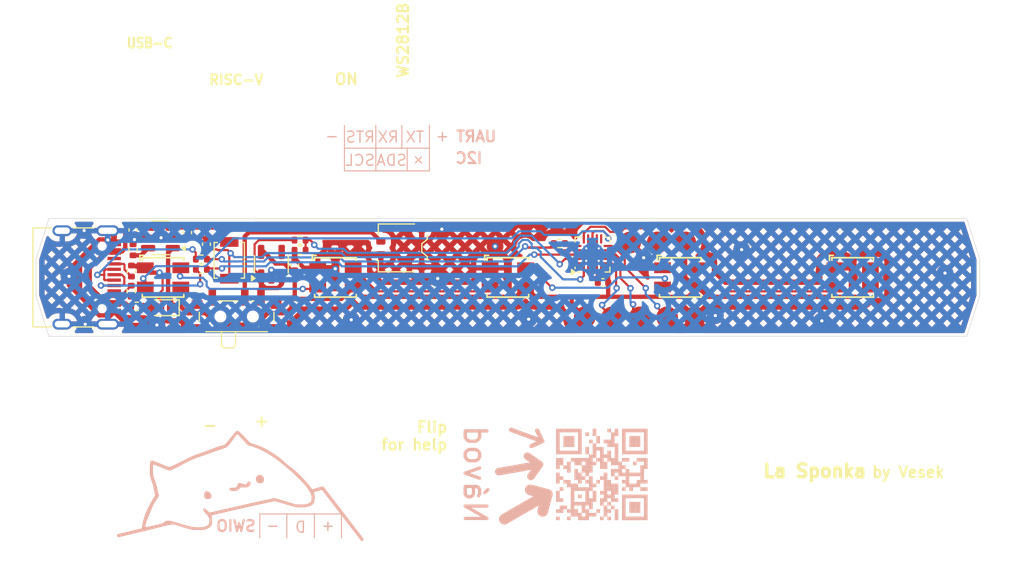
<source format=kicad_pcb>
(kicad_pcb (version 20240108) (generator "pcbnew") (generator_version "8.0")
  (layers (0 "F.Cu" signal) (31 "B.Cu" signal) (34 "B.Paste" user) (35 "F.Paste" user) (36 "B.SilkS" user "B.Silkscreen") (37 "F.SilkS" user "F.Silkscreen") (38 "B.Mask" user) (39 "F.Mask" user) (44 "Edge.Cuts" user))
  (net 0 "")
  (net 1 "+3V3")
  (net 2 "GND")
  (net 3 "Net-(U1-PD7)")
  (net 4 "Net-(LED1-DOUT)")
  (net 5 "Net-(LED2-DOUT)")
  (net 6 "Net-(LED3-DOUT)")
  (net 7 "Net-(LED4-DOUT)")
  (net 8 "/LED Row/Row_DIN")
  (net 12 "/Power management/VBUS")
  (net 13 "Net-(D_CHRG1-K)")
  (net 14 "Net-(D_CHRG1-A)")
  (net 16 "Net-(J1-Pin_2)")
  (net 17 "Net-(J2-D--PadA7)")
  (net 18 "Net-(J2-CC2)")
  (net 19 "Net-(J2-D+-PadA6)")
  (net 20 "Net-(J2-CC1)")
  (net 21 "Net-(U2-PROG)")
  (net 22 "/Power management/USB_DN")
  (net 23 "/Power management/USB_DP")
  (net 24 "/Power management/BATT_DIV")
  (net 25 "Net-(SW2-C)")
  (net 34 "/RTS{slash}SCL")
  (net 35 "/RX{slash}SDA")
  (net 36 "/TX")
  (net 37 "/DPU")
  (net 38 "Net-(J3-Pin_2)")
  (footprint "Resistor_SMD:R_0402_1005Metric" (layer "F.Cu") (at 109.52 100.76 -90)
    (property "Reference" "R1" (hide yes))
    (property "Value" "5.1k")
  )
  (footprint "Resistor_SMD:R_0402_1005Metric" (layer "F.Cu") (at 125.1 97.9)
    (property "Reference" "R7" (hide yes))
    (property "Value" "470k")
  )
  (footprint "sponka:LED-SMD_4P-L3.5-W3.5-TL_WS2812B" (layer "F.Cu") (at 144.3 101.35 180)
    (property "Reference" "LED3" (hide yes))
    (property "Value" "WS2812B-MINI")
  )
  (footprint "sponka:pogo_pins_1_5" (layer "F.Cu") (at 156.44 105.04 90)
    (property "Reference" "J4" (hide yes))
    (property "Value" "Conn_01x05_Pin" (hide yes))
  )
  (footprint "Button_Switch_SMD:SW_SPST_B3U-1000P" (layer "F.Cu") (at 118.56 99.77 90)
    (property "Reference" "SW1" (hide yes))
    (property "Value" "SW_Push")
  )
  (footprint "Package_TO_SOT_SMD:SOT-23-5" (layer "F.Cu") (at 122.45 100.13 90)
    (property "Reference" "U3" (hide yes))
    (property "Value" "AP2127K-3.3")
  )
  (footprint "Resistor_SMD:R_0402_1005Metric" (layer "F.Cu") (at 109.67 98.8 90)
    (property "Reference" "R6" (hide yes))
    (property "Value" "5k")
  )
  (footprint "Capacitor_SMD:C_0402_1005Metric" (layer "F.Cu") (at 153.09 101.83 180)
    (property "Reference" "C1" (hide yes))
    (property "Value" "100nF")
  )
  (footprint "Capacitor_SMD:C_0402_1005Metric" (layer "F.Cu") (at 124.61 100.22 90)
    (property "Reference" "C5" (hide yes))
    (property "Value" "100n")
  )
  (footprint "Capacitor_SMD:C_0402_1005Metric" (layer "F.Cu") (at 114.71 97.21 90)
    (property "Reference" "C4" (hide yes))
    (property "Value" "10uF")
  )
  (footprint "Resistor_SMD:R_0402_1005Metric" (layer "F.Cu") (at 149.06 98.22 180)
    (property "Reference" "R9" (hide yes))
    (property "Value" "5,1k")
  )
  (footprint "LED_SMD:LED_0603_1608Metric" (layer "F.Cu") (at 112.45 104.15 180)
    (property "Reference" "D_CHRG1" (hide yes))
    (property "Value" "LED")
  )
  (footprint "sponka:pogo_pins_1_3" (layer "F.Cu") (at 158.15 98.11 90)
    (property "Reference" "J1" (hide yes))
    (property "Value" "Conn_01x03_Pin")
  )
  (footprint "Resistor_SMD:R_0402_1005Metric" (layer "F.Cu") (at 109.5 102.62 90)
    (property "Reference" "R2" (hide yes))
    (property "Value" "5.1k")
  )
  (footprint "Resistor_SMD:R_0402_1005Metric" (layer "F.Cu") (at 115.98 99.66 180)
    (property "Reference" "R3" (hide yes))
    (property "Value" "33")
  )
  (footprint "sponka:LED-SMD_4P-L3.5-W3.5-TL_WS2812B" (layer "F.Cu") (at 160.23 101.35 180)
    (property "Reference" "LED4" (hide yes))
    (property "Value" "WS2812B-MINI")
  )
  (footprint "Button_Switch_SMD:SW_SPDT_PCM12" (layer "F.Cu") (at 119.24 104.64)
    (property "Reference" "SW2" (hide yes))
    (property "Value" "SW_SPDT")
  )
  (footprint "sponka:LED-SMD_4P-L3.5-W3.5-TL_WS2812B" (layer "F.Cu") (at 176.16 101.35 180)
    (property "Reference" "LED5" (hide yes))
    (property "Value" "WS2812B-MINI")
  )
  (footprint "sponka:LED-SMD_4P-L3.5-W3.5-TL_WS2812B" (layer "F.Cu") (at 128.37 101.35 180)
    (property "Reference" "LED2" (hide yes))
    (property "Value" "WS2812B-MINI")
  )
  (footprint "Resistor_SMD:R_0402_1005Metric" (layer "F.Cu") (at 115.98 100.6 180)
    (property "Reference" "R4" (hide yes))
    (property "Value" "33")
  )
  (footprint "Capacitor_SMD:C_0402_1005Metric" (layer "F.Cu") (at 116.45 98.28 -90)
    (property "Reference" "C2" (hide yes))
    (property "Value" "100nF")
  )
  (footprint "Package_DFN_QFN:QFN-20-1EP_3x3mm_P0.4mm_EP1.65x1.65mm_ThermalVias" (layer "F.Cu") (at 152.12 99.24 90)
    (property "Reference" "U1" (hide yes))
    (property "Value" "CH32V003FxUx")
  )
  (footprint "Resistor_SMD:R_0402_1005Metric" (layer "F.Cu") (at 125.1 98.84 180)
    (property "Reference" "R8" (hide yes))
    (property "Value" "470k")
  )
  (footprint "Connector_USB:USB_C_Receptacle_G-Switch_GT-USB-7010ASV" (layer "F.Cu") (at 104.2 101.35 -90)
    (property "Reference" "J2" (hide yes))
    (property "Value" "USB_C_Receptacle_USB2.0_14P" (hide yes))
  )
  (footprint "Package_TO_SOT_SMD:TSOT-23-6" (layer "F.Cu") (at 112.2 97.69 180)
    (property "Reference" "U2" (hide yes))
    (property "Value" "TP4057")
  )
  (footprint "Connector_JST:JST_ACH_BM02B-ACHSS-GAN-ETF_1x02-1MP_P1.20mm_Vertical" (layer "F.Cu") (at 134.44 98.62 90)
    (property "Reference" "J3" (hide yes))
    (property "Value" "Conn_01x02_Socket")
  )
  (footprint "Capacitor_SMD:C_0402_1005Metric" (layer "F.Cu") (at 109.66 96.96 -90)
    (property "Reference" "C3" (hide yes))
    (property "Value" "10uF")
  )
  (footprint "Resistor_SMD:R_0402_1005Metric" (layer "F.Cu") (at 110.01 104.02)
    (property "Reference" "R5" (hide yes))
    (property "Value" "2.2k")
  )
  (footprint "sponka:LED-SMD_4P-L3.5-W3.5-TL_WS2812B" (layer "F.Cu") (at 112.44 101.35 180)
    (property "Reference" "LED1" (hide yes))
    (property "Value" "WS2812B-MINI")
  )
  (gr_poly (pts (xy 156.199514 122.446303) (xy 156.537938 122.446303) (xy 156.537938 122.107879) (xy 156.199514 122.107879)) (fill solid) (layer "B.SilkS"))
  (gr_line (start 121.375 123.225) (end 121.375 125.425) (stroke (width 0.1)) (layer "B.SilkS"))
  (gr_poly (pts (xy 154.168969 117.369941) (xy 154.507393 117.369941) (xy 154.507393 117.031516) (xy 154.168969 117.031516)) (fill solid) (layer "B.SilkS"))
  (gr_poly (pts (xy 154.845817 117.031516) (xy 155.184241 117.031516) (xy 155.184241 116.693092) (xy 154.845817 116.693092)) (fill solid) (layer "B.SilkS"))
  (gr_poly (pts (xy 154.168969 119.400485) (xy 154.507393 119.400485) (xy 154.507393 119.062061) (xy 154.168969 119.062061)) (fill solid) (layer "B.SilkS"))
  (gr_poly (pts (xy 153.830544 117.031516) (xy 154.168969 117.031516) (xy 154.168969 116.693092) (xy 153.830544 116.693092)) (fill solid) (layer "B.SilkS"))
  (gr_poly (pts (xy 150.784727 122.446303) (xy 151.123151 122.446303) (xy 151.123151 122.107879) (xy 150.784727 122.107879)) (fill solid) (layer "B.SilkS"))
  (gr_poly (pts (xy 148.754182 121.769455) (xy 149.092606 121.769455) (xy 149.092606 121.431031) (xy 148.754182 121.431031)) (fill solid) (layer "B.SilkS"))
  (gr_poly (pts (xy 150.446303 119.400485) (xy 150.784727 119.400485) (xy 150.784727 119.062061) (xy 150.446303 119.062061)) (fill solid) (layer "B.SilkS"))
  (gr_poly (pts (xy 155.86109 122.446303) (xy 156.199514 122.446303) (xy 156.199514 122.107879) (xy 155.86109 122.107879)) (fill solid) (layer "B.SilkS"))
  (gr_poly (pts (xy 152.815272 122.446303) (xy 153.153696 122.446303) (xy 153.153696 122.107879) (xy 152.815272 122.107879)) (fill solid) (layer "B.SilkS"))
  (gr_poly (pts (xy 150.107879 117.031516) (xy 150.446303 117.031516) (xy 150.446303 116.693092) (xy 150.107879 116.693092)) (fill solid) (layer "B.SilkS"))
  (gr_poly (pts (xy 150.446303 123.461576) (xy 150.784727 123.461576) (xy 150.784727 123.123152) (xy 150.446303 123.123152)) (fill solid) (layer "B.SilkS"))
  (gr_poly (pts (xy 148.754182 116.354668) (xy 149.092606 116.354668) (xy 149.092606 116.016244) (xy 148.754182 116.016244)) (fill solid) (layer "B.SilkS"))
  (gr_poly (pts (xy 150.446303 117.708365) (xy 150.784727 117.708365) (xy 150.784727 117.369941) (xy 150.446303 117.369941)) (fill solid) (layer "B.SilkS"))
  (gr_poly (pts (xy 150.784727 117.031516) (xy 151.123151 117.031516) (xy 151.123151 116.693092) (xy 150.784727 116.693092)) (fill solid) (layer "B.SilkS"))
  (gr_poly (pts (xy 156.199514 120.415758) (xy 156.537938 120.415758) (xy 156.537938 120.077333) (xy 156.199514 120.077333)) (fill solid) (layer "B.SilkS"))
  (gr_poly (pts (xy 154.845817 116.693092) (xy 155.184241 116.693092) (xy 155.184241 116.354668) (xy 154.845817 116.354668)) (fill solid) (layer "B.SilkS"))
  (gr_poly (pts (xy 153.153696 118.046789) (xy 153.49212 118.046789) (xy 153.49212 117.708365) (xy 153.153696 117.708365)) (fill solid) (layer "B.SilkS"))
  (gr_poly (pts (xy 150.107879 121.431031) (xy 150.446303 121.431031) (xy 150.446303 121.092606) (xy 150.107879 121.092606)) (fill solid) (layer "B.SilkS"))
  (gr_poly (pts (xy 156.876363 117.369941) (xy 157.214787 117.369941) (xy 157.214787 117.031516) (xy 156.876363 117.031516)) (fill solid) (layer "B.SilkS"))
  (gr_line (start 129.2 87.3) (end 129.2 91.5) (stroke (width 0.1)) (layer "B.SilkS"))
  (gr_poly (pts (xy 151.8 122.446303) (xy 152.138424 122.446303) (xy 152.138424 122.107879) (xy 151.8 122.107879)) (fill solid) (layer "B.SilkS"))
  (gr_poly (pts (xy 154.507393 119.738909) (xy 154.845817 119.738909) (xy 154.845817 119.400485) (xy 154.507393 119.400485)) (fill solid) (layer "B.SilkS"))
  (gr_poly (pts (xy 152.476848 116.693092) (xy 152.815272 116.693092) (xy 152.815272 116.354668) (xy 152.476848 116.354668)) (fill solid) (layer "B.SilkS"))
  (gr_poly (pts (xy 153.49212 120.415758) (xy 153.830544 120.415758) (xy 153.830544 120.077333) (xy 153.49212 120.077333)) (fill solid) (layer "B.SilkS"))
  (gr_poly (pts (xy 153.49212 117.708365) (xy 153.830544 117.708365) (xy 153.830544 117.369941) (xy 153.49212 117.369941)) (fill solid) (layer "B.SilkS"))
  (gr_poly (pts (xy 152.476848 123.123152) (xy 152.815272 123.123152) (xy 152.815272 122.784727) (xy 152.476848 122.784727)) (fill solid) (layer "B.SilkS"))
  (gr_poly (pts (xy 149.092606 117.708365) (xy 149.43103 117.708365) (xy 149.43103 117.369941) (xy 149.092606 117.369941)) (fill solid) (layer "B.SilkS"))
  (gr_poly (pts (xy 156.199514 116.354668) (xy 156.537938 116.354668) (xy 156.537938 116.016244) (xy 156.199514 116.016244)) (fill solid) (layer "B.SilkS"))
  (gr_poly (pts (xy 155.522666 123.123152) (xy 155.86109 123.123152) (xy 155.86109 122.784727) (xy 155.522666 122.784727)) (fill solid) (layer "B.SilkS"))
  (gr_poly (pts (xy 155.86109 119.738909) (xy 156.199514 119.738909) (xy 156.199514 119.400485) (xy 155.86109 119.400485)) (fill solid) (layer "B.SilkS"))
  (gr_poly (pts (xy 156.876363 118.385213) (xy 157.214787 118.385213) (xy 157.214787 118.046789) (xy 156.876363 118.046789)) (fill solid) (layer "B.SilkS"))
  (gr_poly (pts (xy 155.184241 115.677819) (xy 155.522666 115.677819) (xy 155.522666 115.339395) (xy 155.184241 115.339395)) (fill solid) (layer "B.SilkS"))
  (gr_poly (pts (xy 149.43103 116.693092) (xy 149.769455 116.693092) (xy 149.769455 116.354668) (xy 149.43103 116.354668)) (fill solid) (layer "B.SilkS"))
  (gr_poly (pts (xy 151.461576 117.369941) (xy 151.8 117.369941) (xy 151.8 117.031516) (xy 151.461576 117.031516)) (fill solid) (layer "B.SilkS"))
  (gr_poly (pts (xy 155.86109 116.693092) (xy 156.199514 116.693092) (xy 156.199514 116.354668) (xy 155.86109 116.354668)) (fill solid) (layer "B.SilkS"))
  (gr_poly (pts (xy 148.754182 119.738909) (xy 149.092606 119.738909) (xy 149.092606 119.400485) (xy 148.754182 119.400485)) (fill solid) (layer "B.SilkS"))
  (gr_poly (pts (xy 149.092606 121.092606) (xy 149.43103 121.092606) (xy 149.43103 120.754182) (xy 149.092606 120.754182)) (fill solid) (layer "B.SilkS"))
  (gr_poly (pts (xy 156.876363 116.016244) (xy 157.214787 116.016244) (xy 157.214787 115.677819) (xy 156.876363 115.677819)) (fill solid) (layer "B.SilkS"))
  (gr_poly (pts (xy 153.830544 118.385213) (xy 154.168969 118.385213) (xy 154.168969 118.046789) (xy 153.830544 118.046789)) (fill solid) (layer "B.SilkS"))
  (gr_poly (pts (xy 155.184241 121.769455) (xy 155.522666 121.769455) (xy 155.522666 121.431031) (xy 155.184241 121.431031)) (fill solid) (layer "B.SilkS"))
  (gr_poly (pts (xy 151.123151 122.784727) (xy 151.461576 122.784727) (xy 151.461576 122.446303) (xy 151.123151 122.446303)) (fill solid) (layer "B.SilkS"))
  (gr_poly (pts (xy 151.461576 116.016244) (xy 151.8 116.016244) (xy 151.8 115.677819) (xy 151.461576 115.677819)) (fill solid) (layer "B.SilkS"))
  (gr_poly (pts (xy 156.876363 117.708365) (xy 157.214787 117.708365) (xy 157.214787 117.369941) (xy 156.876363 117.369941)) (fill solid) (layer "B.SilkS"))
  (gr_poly (pts (xy 150.107879 122.446303) (xy 150.446303 122.446303) (xy 150.446303 122.107879) (xy 150.107879 122.107879)) (fill solid) (layer "B.SilkS"))
  (gr_poly (pts (xy 148.754182 122.107879) (xy 149.092606 122.107879) (xy 149.092606 121.769455) (xy 148.754182 121.769455)) (fill solid) (layer "B.SilkS"))
  (gr_poly (pts (xy 155.522666 123.8) (xy 155.86109 123.8) (xy 155.86109 123.461576) (xy 155.522666 123.461576)) (fill solid) (layer "B.SilkS"))
  (gr_poly (pts (xy 148.754182 115.677819) (xy 149.092606 115.677819) (xy 149.092606 115.339395) (xy 148.754182 115.339395)) (fill solid) (layer "B.SilkS"))
  (gr_poly (pts (xy 154.168969 117.031516) (xy 154.507393 117.031516) (xy 154.507393 116.693092) (xy 154.168969 116.693092)) (fill solid) (layer "B.SilkS"))
  (gr_poly (pts (xy 154.168969 121.431031) (xy 154.507393 121.431031) (xy 154.507393 121.092606) (xy 154.168969 121.092606)) (fill solid) (layer "B.SilkS"))
  (gr_poly (pts (xy 151.8 118.723637) (xy 152.138424 118.723637) (xy 152.138424 118.385213) (xy 151.8 118.385213)) (fill solid) (layer "B.SilkS"))
  (gr_poly (pts (xy 149.769455 115.677819) (xy 150.107879 115.677819) (xy 150.107879 115.339395) (xy 149.769455 115.339395)) (fill solid) (layer "B.SilkS"))
  (gr_poly (pts (xy 150.107879 116.354668) (xy 150.446303 116.354668) (xy 150.446303 116.016244) (xy 150.107879 116.016244)) (fill solid) (layer "B.SilkS"))
  (gr_poly (pts (xy 153.153696 116.693092) (xy 153.49212 116.693092) (xy 153.49212 116.354668) (xy 153.153696 116.354668)) (fill solid) (layer "B.SilkS"))
  (gr_poly (pts (xy 150.784727 123.461576) (xy 151.123151 123.461576) (xy 151.123151 123.123152) (xy 150.784727 123.123152)) (fill solid) (layer "B.SilkS"))
  (gr_poly (pts (xy 154.168969 122.107879) (xy 154.507393 122.107879) (xy 154.507393 121.769455) (xy 154.168969 121.769455)) (fill solid) (layer "B.SilkS"))
  (gr_poly (pts (xy 150.784727 118.723637) (xy 151.123151 118.723637) (xy 151.123151 118.385213) (xy 150.784727 118.385213)) (fill solid) (layer "B.SilkS"))
  (gr_poly (pts (xy 153.830544 116.016244) (xy 154.168969 116.016244) (xy 154.168969 115.677819) (xy 153.830544 115.677819)) (fill solid) (layer "B.SilkS"))
  (gr_poly (pts (xy 153.49212 123.123152) (xy 153.830544 123.123152) (xy 153.830544 122.784727) (xy 153.49212 122.784727)) (fill solid) (layer "B.SilkS"))
  (gr_poly (pts (xy 153.830544 119.400485) (xy 154.168969 119.400485) (xy 154.168969 119.062061) (xy 153.830544 119.062061)) (fill solid) (layer "B.SilkS"))
  (gr_poly (pts (xy 151.461576 122.107879) (xy 151.8 122.107879) (xy 151.8 121.769455) (xy 151.461576 121.769455)) (fill solid) (layer "B.SilkS"))
  (gr_poly (pts (xy 149.43103 115.677819) (xy 149.769455 115.677819) (xy 149.769455 115.339395) (xy 149.43103 115.339395)) (fill solid) (layer "B.SilkS"))
  (gr_poly (pts (xy 156.199514 120.754182) (xy 156.537938 120.754182) (xy 156.537938 120.415758) (xy 156.199514 120.415758)) (fill solid) (layer "B.SilkS"))
  (gr_poly (pts (xy 151.123151 120.077333) (xy 151.461576 120.077333) (xy 151.461576 119.738909) (xy 151.123151 119.738909)) (fill solid) (layer "B.SilkS"))
  (gr_poly (pts (xy 151.461576 123.8) (xy 151.8 123.8) (xy 151.8 123.461576) (xy 151.461576 123.461576)) (fill solid) (layer "B.SilkS"))
  (gr_poly (pts (xy 153.153696 122.107879) (xy 153.49212 122.107879) (xy 153.49212 121.769455) (xy 153.153696 121.769455)) (fill solid) (layer "B.SilkS"))
  (gr_poly (pts (xy 153.153696 122.784727) (xy 153.49212 122.784727) (xy 153.49212 122.446303) (xy 153.153696 122.446303)) (fill solid) (layer "B.SilkS"))
  (gr_line (start 135 89.4) (end 135 90.9) (stroke (width 0.1)) (layer "B.SilkS"))
  (gr_poly (pts (xy 152.138424 115.677819) (xy 152.476848 115.677819) (xy 152.476848 115.339395) (xy 152.138424 115.339395)) (fill solid) (layer "B.SilkS"))
  (gr_poly (pts (xy 153.830544 121.092606) (xy 154.168969 121.092606) (xy 154.168969 120.754182) (xy 153.830544 120.754182)) (fill solid) (layer "B.SilkS"))
  (gr_poly (pts (xy 155.522666 116.693092) (xy 155.86109 116.693092) (xy 155.86109 116.354668) (xy 155.522666 116.354668)) (fill solid) (layer "B.SilkS"))
  (gr_poly (pts (xy 152.815272 117.369941) (xy 153.153696 117.369941) (xy 153.153696 117.031516) (xy 152.815272 117.031516)) (fill solid) (layer "B.SilkS"))
  (gr_poly (pts (xy 149.092606 123.123152) (xy 149.43103 123.123152) (xy 149.43103 122.784727) (xy 149.092606 122.784727)) (fill solid) (layer "B.SilkS"))
  (gr_poly (pts (xy 149.092606 118.385213) (xy 149.43103 118.385213) (xy 149.43103 118.046789) (xy 149.092606 118.046789)) (fill solid) (layer "B.SilkS"))
  (gr_poly (pts (xy 149.43103 120.415758) (xy 149.769455 120.415758) (xy 149.769455 120.077333) (xy 149.43103 120.077333)) (fill solid) (layer "B.SilkS"))
  (gr_poly (pts (xy 154.845817 121.092606) (xy 155.184241 121.092606) (xy 155.184241 120.754182) (xy 154.845817 120.754182)) (fill solid) (layer "B.SilkS"))
  (gr_poly (pts (xy 149.769455 116.354668) (xy 150.107879 116.354668) (xy 150.107879 116.016244) (xy 149.769455 116.016244)) (fill solid) (layer "B.SilkS"))
  (gr_poly (pts (xy 154.845817 119.738909) (xy 155.184241 119.738909) (xy 155.184241 119.400485) (xy 154.845817 119.400485)) (fill solid) (layer "B.SilkS"))
  (gr_poly (pts (xy 154.168969 117.708365) (xy 154.507393 117.708365) (xy 154.507393 117.369941) (xy 154.168969 117.369941)) (fill solid) (layer "B.SilkS"))
  (gr_poly (pts (xy 155.86109 121.769455) (xy 156.199514 121.769455) (xy 156.199514 121.431031) (xy 155.86109 121.431031)) (fill solid) (layer "B.SilkS"))
  (gr_poly (pts (xy 119.294611 115.542347) (xy 119.277404 115.544215) (xy 119.260455 115.547095) (xy 119.243914 115.550977) (xy 119.227927 115.555849) (xy 119.212641 115.561699) (xy 119.198204 115.568518) (xy 119.184763 115.576291) (xy 119.172466 115.585007) (xy 119.158892 115.59813) (xy 119.135831 115.623355) (xy 119.064647 115.705954) (xy 118.965703 115.824475) (xy 118.84579 115.970589) (xy 118.570225 116.312284) (xy 118.428155 116.49121) (xy 118.292282 116.664415) (xy 118.273915 116.687275) (xy 118.255757 116.708256) (xy 118.237486 116.727528) (xy 118.228206 116.736577) (xy 118.218777 116.745261) (xy 118.209158 116.753603) (xy 118.199307 116.761622) (xy 118.189187 116.769341) (xy 118.178755 116.776781) (xy 118.167971 116.783962) (xy 118.156795 116.790906) (xy 118.145187 116.797634) (xy 118.133106 116.804167) (xy 118.120511 116.810525) (xy 118.107363 116.816731) (xy 118.093621 116.822805) (xy 118.079244 116.828769) (xy 118.048425 116.840448) (xy 118.014583 116.851938) (xy 117.977396 116.863407) (xy 117.936539 116.875026) (xy 117.89169 116.886961) (xy 117.842525 116.899383) (xy 117.739307 116.926289) (xy 117.633555 116.956769) (xy 117.522479 116.991803) (xy 117.403288 117.032375) (xy 117.273194 117.079462) (xy 117.129405 117.134047) (xy 116.969131 117.197113) (xy 116.789583 117.269639) (xy 116.610431 117.339899) (xy 116.386765 117.423422) (xy 116.147116 117.509745) (xy 115.920016 117.588411) (xy 115.693199 117.666172) (xy 115.494088 117.737311) (xy 115.315852 117.804699) (xy 115.151662 117.871206) (xy 114.994686 117.939704) (xy 114.838094 118.013064) (xy 114.675055 118.094158) (xy 114.498739 118.185857) (xy 114.170171 118.356203) (xy 113.854008 118.513237) (xy 113.552838 118.655701) (xy 113.408684 118.721078) (xy 113.269249 118.782341) (xy 113.197611 118.812887) (xy 113.139291 118.836682) (xy 113.092238 118.854292) (xy 113.072293 118.860956) (xy 113.054394 118.866287) (xy 113.038284 118.870356) (xy 113.023706 118.873234) (xy 113.010403 118.874991) (xy 112.998119 118.8757) (xy 112.986597 118.875431) (xy 112.975579 118.874254) (xy 112.96481 118.872242) (xy 112.954031 118.869463) (xy 112.927055 118.860103) (xy 112.876156 118.840899) (xy 112.71441 118.777639) (xy 112.492423 118.689036) (xy 112.233829 118.584442) (xy 111.80714 118.412383) (xy 111.665293 118.357386) (xy 111.560913 118.319603) (xy 111.486353 118.296431) (xy 111.457865 118.28951) (xy 111.433963 118.285264) (xy 111.413694 118.283368) (xy 111.396098 118.283496) (xy 111.365108 118.288523) (xy 111.355512 118.2911) (xy 111.346424 118.29393) (xy 111.337827 118.297076) (xy 111.329703 118.300603) (xy 111.322035 118.304574) (xy 111.314806 118.309054) (xy 111.307999 118.314108) (xy 111.301596 118.319801) (xy 111.295582 118.326196) (xy 111.289938 118.333358) (xy 111.284647 118.341351) (xy 111.279692 118.350241) (xy 111.275056 118.36009) (xy 111.270723 118.370964) (xy 111.266673 118.382927) (xy 111.262891 118.396043) (xy 111.25936 118.410377) (xy 111.256062 118.425993) (xy 111.25298 118.442956) (xy 111.250096 118.46133) (xy 111.247395 118.481179) (xy 111.244858 118.502568) (xy 111.242468 118.525562) (xy 111.240209 118.550223) (xy 111.236012 118.604811) (xy 111.232131 118.666846) (xy 111.228427 118.736843) (xy 111.224764 118.815318) (xy 111.215871 119.061433) (xy 111.213349 119.272359) (xy 111.214707 119.366723) (xy 111.217931 119.454803) (xy 111.223114 119.53744) (xy 111.230347 119.615472) (xy 111.239722 119.689735) (xy 111.251329 119.761071) (xy 111.265261 119.830314) (xy 111.281608 119.898305) (xy 111.300463 119.965882) (xy 111.321915 120.033883) (xy 111.372983 120.174509) (xy 111.404515 120.257772) (xy 111.433595 120.340483) (xy 111.461663 120.427751) (xy 111.490161 120.524686) (xy 111.520531 120.636397) (xy 111.554216 120.767995) (xy 111.592656 120.924589) (xy 111.637295 121.111289) (xy 111.665694 121.233315) (xy 111.676221 121.284066) (xy 111.683932 121.329615) (xy 111.688551 121.371193) (xy 111.689616 121.390878) (xy 111.689804 121.410031) (xy 111.689081 121.428807) (xy 111.687413 121.447359) (xy 111.684765 121.465841) (xy 111.681103 121.484407) (xy 111.676393 121.503211) (xy 111.670599 121.522407) (xy 111.663689 121.542147) (xy 111.655626 121.562587) (xy 111.635906 121.60618) (xy 111.611165 121.654415) (xy 111.581127 121.708523) (xy 111.545517 121.769734) (xy 111.456475 121.918387) (xy 111.368706 122.069263) (xy 111.275738 122.238051) (xy 111.181032 122.417774) (xy 111.088049 122.601459) (xy 111.000248 122.782131) (xy 110.921091 122.952816) (xy 110.854038 123.106541) (xy 110.80255 123.236329) (xy 110.770472 123.326877) (xy 110.73508 123.432721) (xy 110.661247 123.667559) (xy 110.626252 123.785181) (xy 110.594837 123.89536) (xy 110.568723 123.99241) (xy 110.549635 124.070645) (xy 110.54426 124.097793) (xy 110.537924 124.135115) (xy 110.530862 124.180935) (xy 110.523306 124.233579) (xy 110.507645 124.352643) (xy 110.492808 124.47891) (xy 110.481447 124.588522) (xy 110.477449 124.634204) (xy 110.474653 124.674264) (xy 110.47312 124.709047) (xy 110.472912 124.738898) (xy 110.47409 124.764162) (xy 110.476715 124.785183) (xy 110.480847 124.802308) (xy 110.48655 124.81588) (xy 110.490009 124.821443) (xy 110.493883 124.826247) (xy 110.498179 124.830335) (xy 110.502907 124.833751) (xy 110.513683 124.838738) (xy 110.526274 124.841553) (xy 110.540739 124.842542) (xy 110.55714 124.842049) (xy 110.587891 124.836015) (xy 110.658063 124.819877) (xy 110.898663 124.761707) (xy 111.242922 124.676375) (xy 111.654821 124.572719) (xy 111.654823 124.572719) (xy 112.086951 124.464579) (xy 112.486284 124.367035) (xy 112.808395 124.290791) (xy 113.008853 124.246547) (xy 113.12968 124.22425) (xy 113.183251 124.215926) (xy 113.233193 124.209551) (xy 113.280203 124.205177) (xy 113.324979 124.202851) (xy 113.368222 124.202625) (xy 113.410629 124.204548) (xy 113.452899 124.20867) (xy 113.495731 124.21504) (xy 113.539822 124.22371) (xy 113.585872 124.234728) (xy 113.634579 124.248144) (xy 113.686642 124.264009) (xy 113.80363 124.303283) (xy 113.962487 124.35708) (xy 114.14034 124.414324) (xy 114.518956 124.529188) (xy 114.702675 124.581829) (xy 114.871309 124.627955) (xy 115.016335 124.665075) (xy 115.129231 124.690699) (xy 115.164435 124.695874) (xy 115.214221 124.70037) (xy 115.349115 124.707319) (xy 115.517073 124.711539) (xy 115.701255 124.713017) (xy 115.884822 124.711746) (xy 116.050931 124.707715) (xy 116.182745 124.700916) (xy 116.230528 124.696475) (xy 116.263422 124.691339) (xy 116.292222 124.683993) (xy 116.324224 124.674111) (xy 116.358895 124.661959) (xy 116.395702 124.647803) (xy 116.434111 124.631908) (xy 116.473591 124.614542) (xy 116.553628 124.576457) (xy 116.631551 124.535678) (xy 116.668387 124.514943) (xy 116.703095 124.494332) (xy 116.735143 124.474112) (xy 116.763997 124.454548) (xy 116.789125 124.435907) (xy 116.809993 124.418455) (xy 116.835575 124.39452) (xy 116.847288 124.382811) (xy 116.858305 124.371169) (xy 116.868644 124.359514) (xy 116.878321 124.347765) (xy 116.887354 124.335843) (xy 116.895759 124.323669) (xy 116.903555 124.311162) (xy 116.910758 124.298243) (xy 116.917384 124.284831) (xy 116.923452 124.270847) (xy 116.928979 124.256212) (xy 116.933981 124.240846) (xy 116.938475 124.224667) (xy 116.94248 124.207599) (xy 116.946011 124.189559) (xy 116.949087 124.170467) (xy 116.951723 124.150247) (xy 116.953939 124.128815) (xy 116.955749 124.106094) (xy 116.957171 124.082002) (xy 116.958924 124.029391) (xy 116.959331 123.970342) (xy 116.958532 123.904218) (xy 116.956663 123.83038) (xy 116.95386 123.748191) (xy 116.938993 123.348918) (xy 117.042933 123.326555) (xy 120.353394 122.562592) (xy 120.656808 122.493419) (xy 120.992793 122.419009) (xy 121.320477 122.348301) (xy 121.598989 122.290231) (xy 122.075568 122.190638) (xy 122.27125 122.147821) (xy 122.403336 122.117227) (xy 122.469131 122.101148) (xy 122.528419 122.087591) (xy 122.583299 122.076904) (xy 122.609742 122.072746) (xy 122.63587 122.069437) (xy 122.661946 122.067019) (xy 122.688231 122.065539) (xy 122.714988 122.065037) (xy 122.74248 122.065559) (xy 122.770969 122.067147) (xy 122.800718 122.069847) (xy 122.831987 122.073701) (xy 122.865041 122.078753) (xy 122.900142 122.085047) (xy 122.937551 122.092625) (xy 123.020344 122.111814) (xy 123.11552 122.136667) (xy 123.225179 122.167536) (xy 123.351419 122.204769) (xy 123.496339 122.248716) (xy 123.850612 122.358147) (xy 124.077831 122.427679) (xy 124.268541 122.483602) (xy 124.429744 122.527459) (xy 124.568442 122.560795) (xy 124.691632 122.585147) (xy 124.806318 122.602062) (xy 124.919499 122.613079) (xy 125.038176 122.619741) (xy 125.168071 122.622739) (xy 125.292554 122.620944) (xy 125.352979 122.618223) (xy 125.412305 122.614274) (xy 125.47062 122.609083) (xy 125.528008 122.602642) (xy 125.584555 122.594939) (xy 125.640346 122.585964) (xy 125.695466 122.575707) (xy 125.750001 122.564155) (xy 125.804035 122.551301) (xy 125.857655 122.537132) (xy 125.910947 122.521638) (xy 125.963993 122.504808) (xy 126.020513 122.485042) (xy 126.072619 122.464472) (xy 126.120488 122.442902) (xy 126.1643 122.420136) (xy 126.204231 122.395979) (xy 126.222797 122.383317) (xy 126.240459 122.370234) (xy 126.25724 122.356706) (xy 126.273162 122.342707) (xy 126.288247 122.328214) (xy 126.302516 122.313201) (xy 126.315994 122.297645) (xy 126.328701 122.281521) (xy 126.34066 122.264805) (xy 126.351894 122.247471) (xy 126.362423 122.229497) (xy 126.372271 122.210856) (xy 126.381459 122.191525) (xy 126.390011 122.171479) (xy 126.405292 122.129146) (xy 126.418291 122.083659) (xy 126.429185 122.034825) (xy 126.438153 121.982447) (xy 126.448515 121.900514) (xy 126.455055 121.819812) (xy 126.457782 121.740378) (xy 126.457011 121.684379) (xy 126.157723 121.684379) (xy 126.157437 121.726276) (xy 126.156611 121.769444) (xy 126.153569 121.85465) (xy 126.15147 121.894214) (xy 126.149063 121.930103) (xy 126.146407 121.961079) (xy 126.143558 121.985908) (xy 126.141079 122.003225) (xy 126.138543 122.018735) (xy 126.135771 122.032668) (xy 126.132587 122.045254) (xy 126.130784 122.051112) (xy 126.128812 122.056719) (xy 126.126649 122.062105) (xy 126.124271 122.067295) (xy 126.121658 122.072322) (xy 126.118786 122.077211) (xy 126.115634 122.081991) (xy 126.112179 122.086693) (xy 126.108401 122.091344) (xy 126.104275 122.095973) (xy 126.099781 122.100608) (xy 126.094896 122.105279) (xy 126.083864 122.114839) (xy 126.071003 122.124883) (xy 126.056135 122.135639) (xy 126.039083 122.147338) (xy 126.019671 122.160207) (xy 125.997721 122.174476) (xy 125.954313 122.201832) (xy 125.912923 122.226245) (xy 125.872772 122.247859) (xy 125.83308 122.266822) (xy 125.793067 122.283277) (xy 125.751953 122.297372) (xy 125.708958 122.309251) (xy 125.663303 122.31906) (xy 125.614207 122.326946) (xy 125.56089 122.333052) (xy 125.502573 122.337526) (xy 125.438475 122.340513) (xy 125.367819 122.342158) (xy 125.289821 122.342607) (xy 125.203704 122.342006) (xy 125.108687 122.3405) (xy 124.646871 122.331657) (xy 124.288175 122.208771) (xy 124.114594 122.15165) (xy 123.90713 122.086967) (xy 123.691819 122.022664) (xy 123.494698 121.966686) (xy 123.315747 121.916876) (xy 123.149914 121.869369) (xy 123.015675 121.829543) (xy 122.931511 121.802777) (xy 122.901031 121.792837) (xy 122.870469 121.784197) (xy 122.839907 121.776859) (xy 122.809426 121.770821) (xy 122.779103 121.766086) (xy 122.74902 121.762652) (xy 122.719257 121.760523) (xy 122.689894 121.759695) (xy 122.66101 121.760173) (xy 122.632686 121.761955) (xy 122.605001 121.765041) (xy 122.578037 121.769432) (xy 122.551871 121.77513) (xy 122.526587 121.782134) (xy 122.502261 121.790444) (xy 122.478975 121.800062) (xy 122.466515 121.804919) (xy 122.44854 121.810777) (xy 122.397419 121.825179) (xy 122.328352 121.842635) (xy 122.244087 121.862519) (xy 122.147367 121.884199) (xy 122.040935 121.907043) (xy 121.927536 121.930423) (xy 121.809915 121.953709) (xy 121.412014 122.037255) (xy 120.754481 122.182197) (xy 119.025919 122.574755) (xy 117.452598 122.934517) (xy 116.770396 123.084152) (xy 116.767461 123.083959) (xy 116.764179 123.083379) (xy 116.760555 123.082419) (xy 116.756595 123.081083) (xy 116.747697 123.077302) (xy 116.737534 123.072072) (xy 116.726155 123.065432) (xy 116.713612 123.057419) (xy 116.699955 123.048068) (xy 116.685233 123.037419) (xy 116.669498 123.025508) (xy 116.652799 123.012372) (xy 116.635186 122.998049) (xy 116.616711 122.982576) (xy 116.597422 122.965989) (xy 116.577371 122.948327) (xy 116.556607 122.929626) (xy 116.535182 122.909924) (xy 116.468949 122.849594) (xy 116.439942 122.824278) (xy 116.41334 122.802014) (xy 116.388892 122.782666) (xy 116.366347 122.766099) (xy 116.345455 122.752177) (xy 116.325963 122.740764) (xy 116.307621 122.731725) (xy 116.290178 122.724923) (xy 116.273383 122.720224) (xy 116.256987 122.717492) (xy 116.240735 122.71659) (xy 116.224379 122.717383) (xy 116.207668 122.719737) (xy 116.19035 122.723514) (xy 116.178773 122.727071) (xy 116.168567 122.731588) (xy 116.159733 122.737074) (xy 116.152275 122.743531) (xy 116.146197 122.750966) (xy 116.141499 122.759384) (xy 116.138187 122.76879) (xy 116.13626 122.77919) (xy 116.135724 122.790589) (xy 116.13658 122.802992) (xy 116.138832 122.816405) (xy 116.142483 122.830833) (xy 116.147533 122.846281) (xy 116.153988 122.862755) (xy 116.161849 122.88026) (xy 116.17112 122.898801) (xy 116.181803 122.918383) (xy 116.1939 122.939013) (xy 116.207415 122.960695) (xy 116.222351 122.983435) (xy 116.238711 123.007237) (xy 116.256496 123.032107) (xy 116.275711 123.058052) (xy 116.296356 123.085075) (xy 116.341954 123.142379) (xy 116.393312 123.204064) (xy 116.450452 123.270171) (xy 116.513397 123.340742) (xy 116.547569 123.379547) (xy 116.578221 123.416671) (xy 116.605468 123.452498) (xy 116.629423 123.48741) (xy 116.6502 123.521787) (xy 116.667912 123.556015) (xy 116.675654 123.573191) (xy 116.682672 123.590472) (xy 116.688981 123.607907) (xy 116.694595 123.625543) (xy 116.699527 123.643427) (xy 116.703792 123.661608) (xy 116.707405 123.680134) (xy 116.710379 123.699051) (xy 116.714467 123.738254) (xy 116.716171 123.779598) (xy 116.715605 123.823466) (xy 116.712881 123.870239) (xy 116.708114 123.920301) (xy 116.701415 123.974033) (xy 116.691214 124.047577) (xy 116.682569 124.103322) (xy 116.678403 124.125532) (xy 116.674112 124.144507) (xy 116.669527 124.160651) (xy 116.664475 124.174369) (xy 116.658785 124.186066) (xy 116.652288 124.196146) (xy 116.644811 124.205015) (xy 116.636184 124.213077) (xy 116.626235 124.220737) (xy 116.614794 124.2284) (xy 116.586749 124.245352) (xy 116.513017 124.288359) (xy 116.44887 124.324236) (xy 116.392744 124.353685) (xy 116.343076 124.377407) (xy 116.320175 124.387341) (xy 116.298302 124.396107) (xy 116.277261 124.403792) (xy 116.256858 124.410486) (xy 116.236895 124.416274) (xy 116.217179 124.421246) (xy 116.197513 124.425488) (xy 116.177702 124.42909) (xy 116.138431 124.434539) (xy 116.091887 124.43917) (xy 115.980882 124.446011) (xy 115.852492 124.449669) (xy 115.714523 124.4502) (xy 115.57478 124.447663) (xy 115.441068 124.442111) (xy 115.321193 124.433602) (xy 115.222959 124.422192) (xy 115.222959 124.422193) (xy 115.108441 124.403648) (xy 114.996595 124.382799) (xy 114.883045 124.358538) (xy 114.763412 124.329758) (xy 114.633319 124.295351) (xy 114.488389 124.254209) (xy 114.324243 124.205225) (xy 114.136504 124.147291) (xy 113.8926 124.072047) (xy 113.680191 124.008595) (xy 113.497206 123.956408) (xy 113.341576 123.914959) (xy 113.211233 123.883725) (xy 113.104106 123.862177) (xy 113.018125 123.84979) (xy 112.951221 123.846039) (xy 112.909533 123.846627) (xy 112.871183 123.847871) (xy 112.835891 123.849864) (xy 112.803375 123.8527) (xy 112.773354 123.856471) (xy 112.745547 123.861271) (xy 112.719671 123.867192) (xy 112.695447 123.874327) (xy 112.672592 123.882771) (xy 112.650827 123.892614) (xy 112.629868 123.903951) (xy 112.609435 123.916875) (xy 112.589247 123.931478) (xy 112.569023 123.947854) (xy 112.548481 123.966095) (xy 112.527339 123.986296) (xy 112.510121 124.003075) (xy 112.494187 124.018109) (xy 112.479185 124.031571) (xy 112.464763 124.043634) (xy 112.450569 124.054467) (xy 112.436251 124.064243) (xy 112.428935 124.068789) (xy 112.421457 124.073135) (xy 112.413771 124.077301) (xy 112.405835 124.081311) (xy 112.397603 124.085186) (xy 112.389033 124.088947) (xy 112.370699 124.096211) (xy 112.350481 124.103277) (xy 112.328026 124.110316) (xy 112.302983 124.1175) (xy 112.275 124.125) (xy 112.243724 124.132988) (xy 112.208804 124.141636) (xy 111.770411 124.245299) (xy 111.3494 124.338627) (xy 111.018617 124.406046) (xy 110.909823 124.425171) (xy 110.850904 124.431979) (xy 110.848151 124.431911) (xy 110.845552 124.431696) (xy 110.843105 124.431316) (xy 110.840807 124.430756) (xy 110.838656 124.429999) (xy 110.83665 124.429027) (xy 110.835699 124.428457) (xy 110.834785 124.427827) (xy 110.833904 124.427134) (xy 110.833059 124.426378) (xy 110.832247 124.425556) (xy 110.83147 124.424666) (xy 110.830725 124.423706) (xy 110.830015 124.422674) (xy 110.828691 124.420385) (xy 110.827496 124.417783) (xy 110.826428 124.414851) (xy 110.825483 124.411571) (xy 110.824661 124.40793) (xy 110.823957 124.403907) (xy 110.823369 124.39949) (xy 110.822895 124.394659) (xy 110.822532 124.389398) (xy 110.822278 124.383691) (xy 110.82213 124.377522) (xy 110.822086 124.370873) (xy 110.822142 124.363729) (xy 110.822297 124.356071) (xy 110.822548 124.347885) (xy 110.822893 124.339153) (xy 110.823852 124.319985) (xy 110.825155 124.298435) (xy 110.82678 124.274371) (xy 110.828823 124.249868) (xy 110.831583 124.225471) (xy 110.835212 124.200694) (xy 110.839865 124.17505) (xy 110.845691 124.148055) (xy 110.852844 124.11922) (xy 110.861476 124.088061) (xy 110.871739 124.054092) (xy 110.883786 124.016826) (xy 110.897768 123.975778) (xy 110.913838 123.93046) (xy 110.932147 123.880388) (xy 110.976095 123.764036) (xy 111.03083 123.622831) (xy 111.174755 123.25782) (xy 111.297159 122.956084) (xy 111.402897 122.707471) (xy 111.49682 122.501829) (xy 111.58378 122.329003) (xy 111.66863 122.178843) (xy 111.756221 122.041195) (xy 111.851407 121.905906) (xy 111.891815 121.849774) (xy 111.927621 121.797931) (xy 111.95893 121.749944) (xy 111.985849 121.705381) (xy 112.008484 121.663806) (xy 112.026943 121.624787) (xy 112.04133 121.587891) (xy 112.051754 121.552683) (xy 112.055512 121.535577) (xy 112.058319 121.518731) (xy 112.060189 121.50209) (xy 112.061134 121.4856) (xy 112.061168 121.469208) (xy 112.060304 121.452859) (xy 112.058555 121.436498) (xy 112.055936 121.420071) (xy 112.048136 121.386807) (xy 112.037011 121.35263) (xy 112.022667 121.317107) (xy 112.005211 121.279806) (xy 112.001186 121.270927) (xy 111.996905 121.260085) (xy 111.992406 121.247429) (xy 111.987727 121.23311) (xy 111.977979 121.200083) (xy 111.967964 121.162211) (xy 111.957987 121.120695) (xy 111.948349 121.07674) (xy 111.939354 121.03155) (xy 111.931306 120.986327) (xy 111.908603 120.863388) (xy 111.881027 120.736862) (xy 111.849073 120.608431) (xy 111.813234 120.479778) (xy 111.774003 120.352584) (xy 111.731875 120.228533) (xy 111.687341 120.109306) (xy 111.640897 119.996584) (xy 111.630303 119.970811) (xy 111.61992 119.942883) (xy 111.609782 119.912963) (xy 111.599924 119.881209) (xy 111.59038 119.847784) (xy 111.581186 119.812849) (xy 111.563984 119.739095) (xy 111.548595 119.661235) (xy 111.535295 119.580562) (xy 111.524363 119.498362) (xy 111.516075 119.415927) (xy 111.511141 119.319019) (xy 111.509988 119.202157) (xy 111.512111 119.075472) (xy 111.517007 118.949098) (xy 111.52417 118.833167) (xy 111.533097 118.737815) (xy 111.538064 118.701021) (xy 111.543283 118.673171) (xy 111.548691 118.655533) (xy 111.551446 118.650939) (xy 111.554224 118.649372) (xy 111.565803 118.652068) (xy 111.589599 118.659865) (xy 111.669432 118.689012) (xy 111.927223 118.789279) (xy 112.257077 118.922191) (xy 112.588475 119.059763) (xy 112.71519 119.111981) (xy 112.830181 119.156848) (xy 112.879323 119.175032) (xy 112.920786 119.189586) (xy 112.952987 119.199912) (xy 112.974344 119.205414) (xy 112.99336 119.208483) (xy 113.012468 119.210585) (xy 113.031633 119.211726) (xy 113.050819 119.211913) (xy 113.06999 119.211154) (xy 113.08911 119.209457) (xy 113.108143 119.20683) (xy 113.127055 119.203279) (xy 113.14581 119.198814) (xy 113.164371 119.193441) (xy 113.182703 119.187167) (xy 113.200771 119.180001) (xy 113.218539 119.17195) (xy 113.235971 119.163021) (xy 113.253031 119.153222) (xy 113.269684 119.142561) (xy 113.278431 119.137007) (xy 113.289535 119.130534) (xy 113.31814 119.115146) (xy 113.354155 119.097031) (xy 113.396231 119.076824) (xy 113.44302 119.055162) (xy 113.493176 119.032677) (xy 113.545351 119.010005) (xy 113.598198 118.987781) (xy 113.652769 118.964559) (xy 113.709889 118.939029) (xy 113.767862 118.912026) (xy 113.824995 118.884383) (xy 113.879594 118.856939) (xy 113.929963 118.830526) (xy 113.974411 118.80598) (xy 114.011241 118.784138) (xy 114.106173 118.727977) (xy 114.232024 118.657848) (xy 114.379842 118.57838) (xy 114.540675 118.494203) (xy 114.705569 118.409944) (xy 114.865574 118.330235) (xy 115.011736 118.259703) (xy 115.135104 118.202978) (xy 115.248515 118.153771) (xy 115.362369 118.106412) (xy 115.476269 118.061046) (xy 115.589819 118.017822) (xy 115.702623 117.976887) (xy 115.814283 117.938388) (xy 115.924404 117.902473) (xy 116.03259 117.869288) (xy 116.084721 117.853345) (xy 116.143439 117.834555) (xy 116.27261 117.791205) (xy 116.404054 117.744767) (xy 116.521721 117.700769) (xy 116.676709 117.643382) (xy 116.909769 117.560486) (xy 117.189331 117.463178) (xy 117.483828 117.362555) (xy 117.768091 117.264501) (xy 118.019791 117.174183) (xy 118.211614 117.101633) (xy 118.276536 117.075155) (xy 118.316247 117.056879) (xy 118.340529 117.043461) (xy 118.363806 117.029143) (xy 118.375293 117.021374) (xy 118.386799 117.013054) (xy 118.398415 117.004075) (xy 118.41023 116.994326) (xy 118.422335 116.9837) (xy 118.434819 116.972089) (xy 118.447775 116.959383) (xy 118.461291 116.945473) (xy 118.475456 116.930251) (xy 118.490363 116.913609) (xy 118.522761 116.875628) (xy 118.559204 116.830659) (xy 118.600415 116.777834) (xy 118.647115 116.716283) (xy 118.700026 116.645135) (xy 118.759869 116.563523) (xy 118.827366 116.470575) (xy 118.988208 116.247198) (xy 119.027316 116.193363) (xy 119.066689 116.14037) (xy 119.105258 116.089578) (xy 119.141955 116.042344) (xy 119.175713 116.000027) (xy 119.205463 115.963984) (xy 119.230135 115.935573) (xy 119.248663 115.916151) (xy 119.321874 115.845974) (xy 119.802745 116.362456) (xy 120.283615 116.878939) (xy 120.443504 116.919699) (xy 120.538278 116.945379) (xy 120.639245 116.975598) (xy 120.74524 117.009941) (xy 120.855101 117.047991) (xy 120.967663 117.089335) (xy 121.081762 117.133555) (xy 121.196234 117.180235) (xy 121.309915 117.228963) (xy 121.473059 117.303043) (xy 121.635455 117.381652) (xy 121.797631 117.465152) (xy 121.960108 117.553903) (xy 122.123415 117.648267) (xy 122.288075 117.748602) (xy 122.454616 117.85527) (xy 122.623562 117.96863) (xy 122.795438 118.089043) (xy 122.97077 118.216871) (xy 123.150083 118.352471) (xy 123.333903 118.496207) (xy 123.717164 118.809522) (xy 124.124758 119.159699) (xy 124.450359 119.449289) (xy 124.737377 119.713253) (xy 124.990052 119.95604) (xy 125.212627 120.182101) (xy 125.409343 120.395883) (xy 125.499329 120.499562) (xy 125.584441 120.601839) (xy 125.665209 120.703272) (xy 125.742163 120.804417) (xy 125.886751 121.008066) (xy 125.964982 121.125631) (xy 125.997879 121.177218) (xy 126.026931 121.224757) (xy 126.052364 121.268813) (xy 126.074403 121.309947) (xy 126.093274 121.348722) (xy 126.109201 121.385701) (xy 126.122411 121.421446) (xy 126.133129 121.45652) (xy 126.14158 121.491486) (xy 126.14799 121.526905) (xy 126.152583 121.563342) (xy 126.155587 121.601358) (xy 126.157225 121.641516) (xy 126.157723 121.684379) (xy 126.457011 121.684379) (xy 126.456707 121.662247) (xy 126.451838 121.585459) (xy 126.443183 121.510047) (xy 126.430755 121.43605) (xy 126.414559 121.363503) (xy 126.394607 121.292446) (xy 126.370907 121.222913) (xy 126.343469 121.154941) (xy 126.312302 121.088568) (xy 126.277415 121.02383) (xy 126.238817 120.960764) (xy 126.196519 120.899407) (xy 126.150527 120.839795) (xy 126.015647 120.672918) (xy 125.833521 120.446241) (xy 125.717947 120.309487) (xy 125.567855 120.142939) (xy 125.39416 119.957728) (xy 125.207779 119.764984) (xy 125.019625 119.575837) (xy 124.840616 119.401417) (xy 124.681667 119.252853) (xy 124.553692 119.141276) (xy 124.509065 119.105239) (xy 124.459555 119.066324) (xy 124.406811 119.025761) (xy 124.352476 118.98478) (xy 124.2982 118.944612) (xy 124.245629 118.906487) (xy 124.196409 118.871636) (xy 124.152187 118.841289) (xy 124.105267 118.808247) (xy 124.053707 118.769243) (xy 123.998682 118.725279) (xy 123.941369 118.67736) (xy 123.882944 118.626491) (xy 123.824583 118.573673) (xy 123.767463 118.519911) (xy 123.712759 118.466211) (xy 123.611768 118.367566) (xy 123.508752 118.272699) (xy 123.455964 118.226271) (xy 123.402045 118.180294) (xy 123.289982 118.089034) (xy 123.170897 117.997603) (xy 123.043125 117.904687) (xy 122.905003 117.808967) (xy 122.754863 117.709129) (xy 122.465549 117.523314) (xy 122.206893 117.364483) (xy 121.971802 117.229074) (xy 121.860875 117.169039) (xy 121.75318 117.113525) (xy 121.647829 117.062086) (xy 121.543935 117.014276) (xy 121.440611 116.969651) (xy 121.336971 116.927765) (xy 121.125195 116.850431) (xy 120.901511 116.778711) (xy 120.777264 116.740063) (xy 120.723934 116.722351) (xy 120.675722 116.705295) (xy 120.632069 116.688586) (xy 120.592419 116.671909) (xy 120.556212 116.654953) (xy 120.522891 116.637405) (xy 120.491899 116.618953) (xy 120.462676 116.599284) (xy 120.434666 116.578087) (xy 120.40731 116.555049) (xy 120.38005 116.529858) (xy 120.352327 116.5022) (xy 120.323586 116.471765) (xy 120.293266 116.438239) (xy 120.200023 116.336663) (xy 120.079459 116.209921) (xy 119.802195 115.926955) (xy 119.668412 115.793745) (xy 119.553138 115.68139) (xy 119.46783 115.601396) (xy 119.439994 115.577131) (xy 119.423947 115.565271) (xy 119.409964 115.558616) (xy 119.395063 115.553067) (xy 119.379391 115.548613) (xy 119.363094 115.545241) (xy 119.34632 115.54294) (xy 119.329217 115.541698) (xy 119.311932 115.541504)) (fill solid) (layer "B.SilkS"))
  (gr_poly (pts (xy 151.461576 119.062061) (xy 151.8 119.062061) (xy 151.8 118.723637) (xy 151.461576 118.723637)) (fill solid) (layer "B.SilkS"))
  (gr_poly (pts (xy 149.43103 117.031516) (xy 149.769455 117.031516) (xy 149.769455 116.693092) (xy 149.43103 116.693092)) (fill solid) (layer "B.SilkS"))
  (gr_poly (pts (xy 152.138424 120.754182) (xy 152.476848 120.754182) (xy 152.476848 120.415758) (xy 152.138424 120.415758)) (fill solid) (layer "B.SilkS"))
  (gr_line (start 128.925 123.225) (end 128.925 125.425) (stroke (width 0.1)) (layer "B.SilkS"))
  (gr_poly (pts (xy 153.49212 123.8) (xy 153.830544 123.8) (xy 153.830544 123.461576) (xy 153.49212 123.461576)) (fill solid) (layer "B.SilkS"))
  (gr_poly (pts (xy 155.522666 121.769455) (xy 155.86109 121.769455) (xy 155.86109 121.431031) (xy 155.522666 121.431031)) (fill solid) (layer "B.SilkS"))
  (gr_poly (pts (xy 156.876363 120.415758) (xy 157.214787 120.415758) (xy 157.214787 120.077333) (xy 156.876363 120.077333)) (fill solid) (layer "B.SilkS"))
  (gr_poly (pts (xy 156.876363 116.354668) (xy 157.214787 116.354668) (xy 157.214787 116.016244) (xy 156.876363 116.016244)) (fill solid) (layer "B.SilkS"))
  (gr_poly (pts (xy 150.446303 115.677819) (xy 150.784727 115.677819) (xy 150.784727 115.339395) (xy 150.446303 115.339395)) (fill solid) (layer "B.SilkS"))
  (gr_poly (pts (xy 154.845817 123.8) (xy 155.184241 123.8) (xy 155.184241 123.461576) (xy 154.845817 123.461576)) (fill solid) (layer "B.SilkS"))
  (gr_poly (pts (xy 155.522666 117.708365) (xy 155.86109 117.708365) (xy 155.86109 117.369941) (xy 155.522666 117.369941)) (fill solid) (layer "B.SilkS"))
  (gr_poly (pts (xy 153.153696 118.723637) (xy 153.49212 118.723637) (xy 153.49212 118.385213) (xy 153.153696 118.385213)) (fill solid) (layer "B.SilkS"))
  (gr_poly (pts (xy 149.43103 122.784727) (xy 149.769455 122.784727) (xy 149.769455 122.446303) (xy 149.43103 122.446303)) (fill solid) (layer "B.SilkS"))
  (gr_poly (pts (xy 148.754182 117.031516) (xy 149.092606 117.031516) (xy 149.092606 116.693092) (xy 148.754182 116.693092)) (fill solid) (layer "B.SilkS"))
  (gr_poly (pts (xy 153.830544 120.754182) (xy 154.168969 120.754182) (xy 154.168969 120.415758) (xy 153.830544 120.415758)) (fill solid) (layer "B.SilkS"))
  (gr_poly (pts (xy 155.184241 118.385213) (xy 155.522666 118.385213) (xy 155.522666 118.046789) (xy 155.184241 118.046789)) (fill solid) (layer "B.SilkS"))
  (gr_poly (pts (xy 153.49212 122.446303) (xy 153.830544 122.446303) (xy 153.830544 122.107879) (xy 153.49212 122.107879)) (fill solid) (layer "B.SilkS"))
  (gr_poly (pts (xy 153.830544 122.107879) (xy 154.168969 122.107879) (xy 154.168969 121.769455) (xy 153.830544 121.769455)) (fill solid) (layer "B.SilkS"))
  (gr_poly (pts (xy 150.446303 118.723637) (xy 150.784727 118.723637) (xy 150.784727 118.385213) (xy 150.446303 118.385213)) (fill solid) (layer "B.SilkS"))
  (gr_poly (pts (xy 152.815272 118.385213) (xy 153.153696 118.385213) (xy 153.153696 118.046789) (xy 152.815272 118.046789)) (fill solid) (layer "B.SilkS"))
  (gr_poly (pts (xy 150.446303 119.738909) (xy 150.784727 119.738909) (xy 150.784727 119.400485) (xy 150.446303 119.400485)) (fill solid) (layer "B.SilkS"))
  (gr_poly (pts (xy 153.49212 118.385213) (xy 153.830544 118.385213) (xy 153.830544 118.046789) (xy 153.49212 118.046789)) (fill solid) (layer "B.SilkS"))
  (gr_poly (pts (xy 154.845817 119.062061) (xy 155.184241 119.062061) (xy 155.184241 118.723637) (xy 154.845817 118.723637)) (fill solid) (layer "B.SilkS"))
  (gr_poly (pts (xy 156.876363 121.092606) (xy 157.214787 121.092606) (xy 157.214787 120.754182) (xy 156.876363 120.754182)) (fill solid) (layer "B.SilkS"))
  (gr_poly (pts (xy 151.123151 123.123152) (xy 151.461576 123.123152) (xy 151.461576 122.784727) (xy 151.123151 122.784727)) (fill solid) (layer "B.SilkS"))
  (gr_poly (pts (xy 156.876363 123.123152) (xy 157.214787 123.123152) (xy 157.214787 122.784727) (xy 156.876363 122.784727)) (fill solid) (layer "B.SilkS"))
  (gr_poly (pts (xy 152.815272 121.431031) (xy 153.153696 121.431031) (xy 153.153696 121.092606) (xy 152.815272 121.092606)) (fill solid) (layer "B.SilkS"))
  (gr_poly (pts (xy 152.815272 122.107879) (xy 153.153696 122.107879) (xy 153.153696 121.769455) (xy 152.815272 121.769455)) (fill solid) (layer "B.SilkS"))
  (gr_line (start 137.05 89.4) (end 129.2 89.4) (stroke (width 0.1)) (layer "B.SilkS"))
  (gr_poly (pts (xy 121.349965 119.612775) (xy 121.325623 119.615179) (xy 121.301847 119.61917) (xy 121.278684 119.624698) (xy 121.25618 119.631715) (xy 121.234381 119.640174) (xy 121.213333 119.650026) (xy 121.193083 119.661223) (xy 121.173678 119.673718) (xy 121.155163 119.687461) (xy 121.137585 119.702407) (xy 121.12099 119.718505) (xy 121.105425 119.73571) (xy 121.090936 119.753971) (xy 121.077569 119.773242) (xy 121.065371 119.793474) (xy 121.054388 119.814619) (xy 121.044667 119.83663) (xy 121.036253 119.859458) (xy 121.029193 119.883055) (xy 121.023535 119.907374) (xy 121.019322 119.932367) (xy 121.016603 119.957984) (xy 121.015423 119.984179) (xy 121.015829 120.010903) (xy 121.017867 120.038108) (xy 121.021585 120.065747) (xy 121.027027 120.093771) (xy 121.033227 120.119282) (xy 121.040088 120.14336) (xy 121.047642 120.166048) (xy 121.055919 120.187388) (xy 121.064951 120.20742) (xy 121.074769 120.226187) (xy 121.085406 120.243731) (xy 121.096891 120.260093) (xy 121.109258 120.275314) (xy 121.122536 120.289436) (xy 121.136758 120.302501) (xy 121.151955 120.31455) (xy 121.168158 120.325624) (xy 121.185399 120.335767) (xy 121.203709 120.345018) (xy 121.223119 120.353419) (xy 121.239839 120.359359) (xy 121.258809 120.364777) (xy 121.27969 120.369651) (xy 121.302143 120.373963) (xy 121.325829 120.37769) (xy 121.350409 120.380812) (xy 121.375543 120.383311) (xy 121.400894 120.385164) (xy 121.426122 120.386352) (xy 121.450887 120.386855) (xy 121.474851 120.386651) (xy 121.497675 120.38572) (xy 121.519019 120.384043) (xy 121.538545 120.381598) (xy 121.555914 120.378366) (xy 121.570786 120.374326) (xy 121.597295 120.364811) (xy 121.609702 120.359728) (xy 121.621555 120.354408) (xy 121.632865 120.348835) (xy 121.643639 120.342995) (xy 121.653887 120.336871) (xy 121.663619 120.330448) (xy 121.672844 120.323711) (xy 121.68157 120.316645) (xy 121.689807 120.309235) (xy 121.697563 120.301463) (xy 121.704849 120.293317) (xy 121.711673 120.28478) (xy 121.718044 120.275837) (xy 121.723972 120.266473) (xy 121.729466 120.256671) (xy 121.734534 120.246419) (xy 121.739186 120.235698) (xy 121.743431 120.224494) (xy 121.747279 120.212792) (xy 121.750737 120.200577) (xy 121.753816 120.187834) (xy 121.756525 120.174546) (xy 121.758873 120.160699) (xy 121.760868 120.146275) (xy 121.763839 120.115645) (xy 121.765513 120.08253) (xy 121.76596 120.046809) (xy 121.764623 120.006051) (xy 121.760949 119.967045) (xy 121.754963 119.92983) (xy 121.74669 119.894443) (xy 121.736157 119.860921) (xy 121.723391 119.829303) (xy 121.708415 119.799628) (xy 121.691258 119.771933) (xy 121.671943 119.746256) (xy 121.650499 119.722635) (xy 121.638986 119.711607) (xy 121.62695 119.701107) (xy 121.601322 119.681712) (xy 121.573642 119.664487) (xy 121.543934 119.649469) (xy 121.512226 119.636697) (xy 121.478543 119.626209) (xy 121.452066 119.619967) (xy 121.425923 119.615551) (xy 121.400161 119.612912) (xy 121.374826 119.612003)) (fill solid) (layer "B.SilkS"))
  (gr_poly (pts (xy 155.86109 118.723637) (xy 156.199514 118.723637) (xy 156.199514 118.385213) (xy 155.86109 118.385213)) (fill solid) (layer "B.SilkS"))
  (gr_poly (pts (xy 151.8 116.693092) (xy 152.138424 116.693092) (xy 152.138424 116.354668) (xy 151.8 116.354668)) (fill solid) (layer "B.SilkS"))
  (gr_poly (pts (xy 150.107879 121.092606) (xy 150.446303 121.092606) (xy 150.446303 120.754182) (xy 150.107879 120.754182)) (fill solid) (layer "B.SilkS"))
  (gr_poly (pts (xy 150.107879 117.708365) (xy 150.446303 117.708365) (xy 150.446303 117.369941) (xy 150.107879 117.369941)) (fill solid) (layer "B.SilkS"))
  (gr_poly (pts (xy 154.168969 120.754182) (xy 154.507393 120.754182) (xy 154.507393 120.415758) (xy 154.168969 120.415758)) (fill solid) (layer "B.SilkS"))
  (gr_poly (pts (xy 150.446303 122.446303) (xy 150.784727 122.446303) (xy 150.784727 122.107879) (xy 150.446303 122.107879)) (fill solid) (layer "B.SilkS"))
  (gr_poly (pts (xy 153.153696 120.754182) (xy 153.49212 120.754182) (xy 153.49212 120.415758) (xy 153.153696 120.415758)) (fill solid) (layer "B.SilkS"))
  (gr_line (start 123.875 123.225) (end 121.375 123.225) (stroke (width 0.1)) (layer "B.SilkS"))
  (gr_poly (pts (xy 150.784727 115.677819) (xy 151.123151 115.677819) (xy 151.123151 115.339395) (xy 150.784727 115.339395)) (fill solid) (layer "B.SilkS"))
  (gr_poly (pts (xy 151.8 120.754182) (xy 152.138424 120.754182) (xy 152.138424 120.415758) (xy 151.8 120.415758)) (fill solid) (layer "B.SilkS"))
  (gr_poly (pts (xy 149.769455 123.8) (xy 150.107879 123.8) (xy 150.107879 123.461576) (xy 149.769455 123.461576)) (fill solid) (layer "B.SilkS"))
  (gr_poly (pts (xy 153.153696 123.123152) (xy 153.49212 123.123152) (xy 153.49212 122.784727) (xy 153.153696 122.784727)) (fill solid) (layer "B.SilkS"))
  (gr_poly (pts (xy 156.537938 115.677819) (xy 156.876363 115.677819) (xy 156.876363 115.339395) (xy 156.537938 115.339395)) (fill solid) (layer "B.SilkS"))
  (gr_poly (pts (xy 154.168969 123.123152) (xy 154.507393 123.123152) (xy 154.507393 122.784727) (xy 154.168969 122.784727)) (fill solid) (layer "B.SilkS"))
  (gr_poly (pts (xy 151.461576 123.461576) (xy 151.8 123.461576) (xy 151.8 123.123152) (xy 151.461576 123.123152)) (fill solid) (layer "B.SilkS"))
  (gr_poly (pts (xy 153.830544 121.431031) (xy 154.168969 121.431031) (xy 154.168969 121.092606) (xy 153.830544 121.092606)) (fill solid) (layer "B.SilkS"))
  (gr_poly (pts (xy 151.461576 121.769455) (xy 151.8 121.769455) (xy 151.8 121.431031) (xy 151.461576 121.431031)) (fill solid) (layer "B.SilkS"))
  (gr_poly (pts (xy 153.49212 120.754182) (xy 153.830544 120.754182) (xy 153.830544 120.415758) (xy 153.49212 120.415758)) (fill solid) (layer "B.SilkS"))
  (gr_poly (pts (xy 154.845817 116.354668) (xy 155.184241 116.354668) (xy 155.184241 116.016244) (xy 154.845817 116.016244)) (fill solid) (layer "B.SilkS"))
  (gr_poly (pts (xy 154.845817 123.123152) (xy 155.184241 123.123152) (xy 155.184241 122.784727) (xy 154.845817 122.784727)) (fill solid) (layer "B.SilkS"))
  (gr_poly (pts (xy 152.815272 119.062061) (xy 153.153696 119.062061) (xy 153.153696 118.723637) (xy 152.815272 118.723637)) (fill solid) (layer "B.SilkS"))
  (gr_poly (pts (xy 149.43103 119.062061) (xy 149.769455 119.062061) (xy 149.769455 118.723637) (xy 149.43103 118.723637)) (fill solid) (layer "B.SilkS"))
  (gr_poly (pts (xy 153.830544 116.354668) (xy 154.168969 116.354668) (xy 154.168969 116.016244) (xy 153.830544 116.016244)) (fill solid) (layer "B.SilkS"))
  (gr_poly (pts (xy 152.815272 117.708365) (xy 153.153696 117.708365) (xy 153.153696 117.369941) (xy 152.815272 117.369941)) (fill solid) (layer "B.SilkS"))
  (gr_poly (pts (xy 156.199514 122.784727) (xy 156.537938 122.784727) (xy 156.537938 122.446303) (xy 156.199514 122.446303)) (fill solid) (layer "B.SilkS"))
  (gr_poly (pts (xy 154.845817 123.461576) (xy 155.184241 123.461576) (xy 155.184241 123.123152) (xy 154.845817 123.123152)) (fill solid) (layer "B.SilkS"))
  (gr_poly (pts (xy 152.476848 116.354668) (xy 152.815272 116.354668) (xy 152.815272 116.016244) (xy 152.476848 116.016244)) (fill solid) (layer "B.SilkS"))
  (gr_poly (pts (xy 156.876363 123.8) (xy 157.214787 123.8) (xy 157.214787 123.461576) (xy 156.876363 123.461576)) (fill solid) (layer "B.SilkS"))
  (gr_line (start 127.175 120.825) (end 130.825 125.575) (stroke (width 0.3)) (layer "B.SilkS"))
  (gr_poly (pts (xy 155.86109 117.031516) (xy 156.199514 117.031516) (xy 156.199514 116.693092) (xy 155.86109 116.693092)) (fill solid) (layer "B.SilkS"))
  (gr_poly (pts (xy 152.138424 116.016244) (xy 152.476848 116.016244) (xy 152.476848 115.677819) (xy 152.138424 115.677819)) (fill solid) (layer "B.SilkS"))
  (gr_poly (pts (xy 150.784727 117.369941) (xy 151.123151 117.369941) (xy 151.123151 117.031516) (xy 150.784727 117.031516)) (fill solid) (layer "B.SilkS"))
  (gr_poly (pts (xy 150.784727 123.8) (xy 151.123151 123.8) (xy 151.123151 123.461576) (xy 150.784727 123.461576)) (fill solid) (layer "B.SilkS"))
  (gr_poly (pts (xy 148.754182 118.385213) (xy 149.092606 118.385213) (xy 149.092606 118.046789) (xy 148.754182 118.046789)) (fill solid) (layer "B.SilkS"))
  (gr_poly (pts (xy 155.522666 115.677819) (xy 155.86109 115.677819) (xy 155.86109 115.339395) (xy 155.522666 115.339395)) (fill solid) (layer "B.SilkS"))
  (gr_poly (pts (xy 154.168969 118.046789) (xy 154.507393 118.046789) (xy 154.507393 117.708365) (xy 154.168969 117.708365)) (fill solid) (layer "B.SilkS"))
  (gr_poly (pts (xy 154.845817 120.415758) (xy 155.184241 120.415758) (xy 155.184241 120.077333) (xy 154.845817 120.077333)) (fill solid) (layer "B.SilkS"))
  (gr_poly (pts (xy 151.8 122.784727) (xy 152.138424 122.784727) (xy 152.138424 122.446303) (xy 151.8 122.446303)) (fill solid) (layer "B.SilkS"))
  (gr_poly (pts (xy 155.86109 115.677819) (xy 156.199514 115.677819) (xy 156.199514 115.339395) (xy 155.86109 115.339395)) (fill solid) (layer "B.SilkS"))
  (gr_poly (pts (xy 153.830544 119.738909) (xy 154.168969 119.738909) (xy 154.168969 119.400485) (xy 153.830544 119.400485)) (fill solid) (layer "B.SilkS"))
  (gr_poly (pts (xy 149.769455 116.693092) (xy 150.107879 116.693092) (xy 150.107879 116.354668) (xy 149.769455 116.354668)) (fill solid) (layer "B.SilkS"))
  (gr_poly (pts (xy 150.107879 116.693092) (xy 150.446303 116.693092) (xy 150.446303 116.354668) (xy 150.107879 116.354668)) (fill solid) (layer "B.SilkS"))
  (gr_poly (pts (xy 156.876363 115.677819) (xy 157.214787 115.677819) (xy 157.214787 115.339395) (xy 156.876363 115.339395)) (fill solid) (layer "B.SilkS"))
  (gr_poly (pts (xy 156.537938 121.092606) (xy 156.876363 121.092606) (xy 156.876363 120.754182) (xy 156.537938 120.754182)) (fill solid) (layer "B.SilkS"))
  (gr_poly (pts (xy 116.439251 121.129911) (xy 116.417926 121.132539) (xy 116.3981 121.136661) (xy 116.380027 121.142314) (xy 116.371727 121.145726) (xy 116.36396 121.149535) (xy 116.357143 121.153497) (xy 116.350494 121.157992) (xy 116.344014 121.163012) (xy 116.337707 121.168547) (xy 116.331578 121.174588) (xy 116.325627 121.181124) (xy 116.319861 121.188147) (xy 116.31428 121.195648) (xy 116.308889 121.203616) (xy 116.303691 121.212043) (xy 116.298689 121.220919) (xy 116.293887 121.230235) (xy 116.289287 121.23998) (xy 116.284892 121.250147) (xy 116.276734 121.271704) (xy 116.269439 121.294833) (xy 116.263031 121.319457) (xy 116.257539 121.345502) (xy 116.252986 121.372891) (xy 116.249399 121.40155) (xy 116.246806 121.431403) (xy 116.245231 121.462376) (xy 116.244699 121.494394) (xy 116.245072 121.530609) (xy 116.246217 121.564158) (xy 116.248176 121.59515) (xy 116.25099 121.623692) (xy 116.2547 121.649894) (xy 116.259349 121.673864) (xy 116.264976 121.695712) (xy 116.271624 121.715546) (xy 116.279335 121.733474) (xy 116.288147 121.749606) (xy 116.298105 121.764049) (xy 116.309249 121.776914) (xy 116.321619 121.788307) (xy 116.335259 121.798339) (xy 116.350208 121.807119) (xy 116.366509 121.814754) (xy 116.382844 121.820631) (xy 116.401853 121.825823) (xy 116.423184 121.830322) (xy 116.44649 121.83412) (xy 116.471419 121.837212) (xy 116.497625 121.83959) (xy 116.524756 121.841246) (xy 116.552464 121.842174) (xy 116.5804 121.842366) (xy 116.608214 121.841816) (xy 116.635556 121.840518) (xy 116.662078 121.838462) (xy 116.687431 121.835643) (xy 116.711263 121.832054) (xy 116.733229 121.827687) (xy 116.752976 121.822536) (xy 116.752975 121.822535) (xy 116.759622 121.820375) (xy 116.766607 121.817782) (xy 116.773871 121.814791) (xy 116.781355 121.811437) (xy 116.789003 121.807755) (xy 116.796754 121.803779) (xy 116.804551 121.799542) (xy 116.812334 121.795079) (xy 116.820045 121.790427) (xy 116.827627 121.785617) (xy 116.835019 121.780685) (xy 116.842166 121.775665) (xy 116.849006 121.770592) (xy 116.855481 121.7655) (xy 116.861534 121.760424) (xy 116.867106 121.755398) (xy 116.877656 121.744343) (xy 116.887036 121.732163) (xy 116.895266 121.71893) (xy 116.902363 121.704715) (xy 116.908347 121.689591) (xy 116.913239 121.67363) (xy 116.917055 121.656904) (xy 116.919818 121.639487) (xy 116.921544 121.621447) (xy 116.922255 121.602861) (xy 116.921967 121.583799) (xy 116.920702 121.564332) (xy 116.918477 121.544534) (xy 116.915314 121.524477) (xy 116.906244 121.483873) (xy 116.893647 121.443097) (xy 116.877675 121.402728) (xy 116.858483 121.363343) (xy 116.847728 121.344201) (xy 116.836225 121.32552) (xy 116.823995 121.307375) (xy 116.811055 121.289836) (xy 116.797425 121.272976) (xy 116.783124 121.256868) (xy 116.768173 121.241583) (xy 116.75259 121.227195) (xy 116.736393 121.213774) (xy 116.719603 121.201393) (xy 116.700103 121.188986) (xy 116.679052 121.177629) (xy 116.656708 121.167358) (xy 116.633323 121.15821) (xy 116.609151 121.150222) (xy 116.584447 121.143432) (xy 116.559463 121.137876) (xy 116.534455 121.133592) (xy 116.509675 121.130617) (xy 116.485379 121.128987) (xy 116.461819 121.128739)) (fill solid) (layer "B.SilkS"))
  (gr_poly (pts (xy 151.123151 122.446303) (xy 151.461576 122.446303) (xy 151.461576 122.107879) (xy 151.123151 122.107879)) (fill solid) (layer "B.SilkS"))
  (gr_poly (pts (xy 155.522666 120.754182) (xy 155.86109 120.754182) (xy 155.86109 120.415758) (xy 155.522666 120.415758)) (fill solid) (layer "B.SilkS"))
  (gr_poly (pts (xy 153.153696 121.092606) (xy 153.49212 121.092606) (xy 153.49212 120.754182) (xy 153.153696 120.754182)) (fill solid) (layer "B.SilkS"))
  (gr_poly (pts (xy 156.537938 123.8) (xy 156.876363 123.8) (xy 156.876363 123.461576) (xy 156.537938 123.461576)) (fill solid) (layer "B.SilkS"))
  (gr_poly (pts (xy 151.8 122.107879) (xy 152.138424 122.107879) (xy 152.138424 121.769455) (xy 151.8 121.769455)) (fill solid) (layer "B.SilkS"))
  (gr_poly (pts (xy 150.784727 118.385213) (xy 151.123151 118.385213) (xy 151.123151 118.046789) (xy 150.784727 118.046789)) (fill solid) (layer "B.SilkS"))
  (gr_poly (pts (xy 149.769455 117.708365) (xy 150.107879 117.708365) (xy 150.107879 117.369941) (xy 149.769455 117.369941)) (fill solid) (layer "B.SilkS"))
  (gr_poly (pts (xy 152.138424 121.769455) (xy 152.476848 121.769455) (xy 152.476848 121.431031) (xy 152.138424 121.431031)) (fill solid) (layer "B.SilkS"))
  (gr_poly (pts (xy 150.107879 118.385213) (xy 150.446303 118.385213) (xy 150.446303 118.046789) (xy 150.107879 118.046789)) (fill solid) (layer "B.SilkS"))
  (gr_poly (pts (xy 156.199514 117.708365) (xy 156.537938 117.708365) (xy 156.537938 117.369941) (xy 156.199514 117.369941)) (fill solid) (layer "B.SilkS"))
  (gr_poly (pts (xy 151.123151 119.400485) (xy 151.461576 119.400485) (xy 151.461576 119.062061) (xy 151.123151 119.062061)) (fill solid) (layer "B.SilkS"))
  (gr_poly (pts (xy 150.784727 121.769455) (xy 151.123151 121.769455) (xy 151.123151 121.431031) (xy 150.784727 121.431031)) (fill solid) (layer "B.SilkS"))
  (gr_poly (pts (xy 153.49212 117.031516) (xy 153.830544 117.031516) (xy 153.830544 116.693092) (xy 153.49212 116.693092)) (fill solid) (layer "B.SilkS"))
  (gr_poly (pts (xy 150.784727 120.415758) (xy 151.123151 120.415758) (xy 151.123151 120.077333) (xy 150.784727 120.077333)) (fill solid) (layer "B.SilkS"))
  (gr_line (start 134.5 87.3) (end 134.5 89.4) (stroke (width 0.1)) (layer "B.SilkS"))
  (gr_poly (pts (xy 155.522666 122.446303) (xy 155.86109 122.446303) (xy 155.86109 122.107879) (xy 155.522666 122.107879)) (fill solid) (layer "B.SilkS"))
  (gr_poly (pts (xy 154.845817 122.784727) (xy 155.184241 122.784727) (xy 155.184241 122.446303) (xy 154.845817 122.446303)) (fill solid) (layer "B.SilkS"))
  (gr_poly (pts (xy 151.8 120.415758) (xy 152.138424 120.415758) (xy 152.138424 120.077333) (xy 151.8 120.077333)) (fill solid) (layer "B.SilkS"))
  (gr_poly (pts (xy 153.830544 118.723637) (xy 154.168969 118.723637) (xy 154.168969 118.385213) (xy 153.830544 118.385213)) (fill solid) (layer "B.SilkS"))
  (gr_poly (pts (xy 153.153696 121.769455) (xy 153.49212 121.769455) (xy 153.49212 121.431031) (xy 153.153696 121.431031)) (fill solid) (layer "B.SilkS"))
  (gr_poly (pts (xy 152.138424 117.708365) (xy 152.476848 117.708365) (xy 152.476848 117.369941) (xy 152.138424 117.369941)) (fill solid) (layer "B.SilkS"))
  (gr_poly (pts (xy 148.754182 123.8) (xy 149.092606 123.8) (xy 149.092606 123.461576) (xy 148.754182 123.461576)) (fill solid) (layer "B.SilkS"))
  (gr_poly (pts (xy 150.107879 123.123152) (xy 150.446303 123.123152) (xy 150.446303 122.784727) (xy 150.107879 122.784727)) (fill solid) (layer "B.SilkS"))
  (gr_line (start 132.1 87.3) (end 132.1 91.5) (stroke (width 0.1)) (layer "B.SilkS"))
  (gr_poly (pts (xy 155.86109 120.754182) (xy 156.199514 120.754182) (xy 156.199514 120.415758) (xy 155.86109 120.415758)) (fill solid) (layer "B.SilkS"))
  (gr_poly (pts (xy 151.8 120.077333) (xy 152.138424 120.077333) (xy 152.138424 119.738909) (xy 151.8 119.738909)) (fill solid) (layer "B.SilkS"))
  (gr_poly (pts (xy 153.49212 121.769455) (xy 153.830544 121.769455) (xy 153.830544 121.431031) (xy 153.49212 121.431031)) (fill solid) (layer "B.SilkS"))
  (gr_poly (pts (xy 155.86109 117.708365) (xy 156.199514 117.708365) (xy 156.199514 117.369941) (xy 155.86109 117.369941)) (fill solid) (layer "B.SilkS"))
  (gr_poly (pts (xy 151.461576 121.092606) (xy 151.8 121.092606) (xy 151.8 120.754182) (xy 151.461576 120.754182)) (fill solid) (layer "B.SilkS"))
  (gr_poly (pts (xy 156.537938 117.708365) (xy 156.876363 117.708365) (xy 156.876363 117.369941) (xy 156.537938 117.369941)) (fill solid) (layer "B.SilkS"))
  (gr_poly (pts (xy 153.153696 120.415758) (xy 153.49212 120.415758) (xy 153.49212 120.077333) (xy 153.153696 120.077333)) (fill solid) (layer "B.SilkS"))
  (gr_poly (pts (xy 154.168969 120.077333) (xy 154.507393 120.077333) (xy 154.507393 119.738909) (xy 154.168969 119.738909)) (fill solid) (layer "B.SilkS"))
  (gr_poly (pts (xy 152.138424 118.723637) (xy 152.476848 118.723637) (xy 152.476848 118.385213) (xy 152.138424 118.385213)) (fill solid) (layer "B.SilkS"))
  (gr_poly (pts (xy 153.153696 120.077333) (xy 153.49212 120.077333) (xy 153.49212 119.738909) (xy 153.153696 119.738909)) (fill solid) (layer "B.SilkS"))
  (gr_poly (pts (xy 155.184241 120.754182) (xy 155.522666 120.754182) (xy 155.522666 120.415758) (xy 155.184241 120.415758)) (fill solid) (layer "B.SilkS"))
  (gr_poly (pts (xy 156.199514 117.031516) (xy 156.537938 117.031516) (xy 156.537938 116.693092) (xy 156.199514 116.693092)) (fill solid) (layer "B.SilkS"))
  (gr_poly (pts (xy 156.199514 115.677819) (xy 156.537938 115.677819) (xy 156.537938 115.339395) (xy 156.199514 115.339395)) (fill solid) (layer "B.SilkS"))
  (gr_poly (pts (xy 150.446303 120.077333) (xy 150.784727 120.077333) (xy 150.784727 119.738909) (xy 150.446303 119.738909)) (fill solid) (layer "B.SilkS"))
  (gr_poly (pts (xy 156.537938 120.077333) (xy 156.876363 120.077333) (xy 156.876363 119.738909) (xy 156.537938 119.738909)) (fill solid) (layer "B.SilkS"))
  (gr_poly (pts (xy 151.461576 121.431031) (xy 151.8 121.431031) (xy 151.8 121.092606) (xy 151.461576 121.092606)) (fill solid) (layer "B.SilkS"))
  (gr_poly (pts (xy 154.507393 118.723637) (xy 154.845817 118.723637) (xy 154.845817 118.385213) (xy 154.507393 118.385213)) (fill solid) (layer "B.SilkS"))
  (gr_poly (pts (xy 153.830544 121.769455) (xy 154.168969 121.769455) (xy 154.168969 121.431031) (xy 153.830544 121.431031)) (fill solid) (layer "B.SilkS"))
  (gr_poly (pts (xy 153.49212 118.046789) (xy 153.830544 118.046789) (xy 153.830544 117.708365) (xy 153.49212 117.708365)) (fill solid) (layer "B.SilkS"))
  (gr_poly (pts (xy 155.86109 123.123152) (xy 156.199514 123.123152) (xy 156.199514 122.784727) (xy 155.86109 122.784727)) (fill solid) (layer "B.SilkS"))
  (gr_poly (pts (xy 155.86109 122.784727) (xy 156.199514 122.784727) (xy 156.199514 122.446303) (xy 155.86109 122.446303)) (fill solid) (layer "B.SilkS"))
  (gr_poly (pts (xy 153.49212 115.677819) (xy 153.830544 115.677819) (xy 153.830544 115.339395) (xy 153.49212 115.339395)) (fill solid) (layer "B.SilkS"))
  (gr_line (start 126.425 123.225) (end 123.875 123.225) (stroke (width 0.1)) (layer "B.SilkS"))
  (gr_poly (pts (xy 154.845817 116.016244) (xy 155.184241 116.016244) (xy 155.184241 115.677819) (xy 154.845817 115.677819)) (fill solid) (layer "B.SilkS"))
  (gr_poly (pts (xy 154.845817 121.769455) (xy 155.184241 121.769455) (xy 155.184241 121.431031) (xy 154.845817 121.431031)) (fill solid) (layer "B.SilkS"))
  (gr_poly (pts (xy 151.123151 121.092606) (xy 151.461576 121.092606) (xy 151.461576 120.754182) (xy 151.123151 120.754182)) (fill solid) (layer "B.SilkS"))
  (gr_poly (pts (xy 152.138424 117.369941) (xy 152.476848 117.369941) (xy 152.476848 117.031516) (xy 152.138424 117.031516)) (fill solid) (layer "B.SilkS"))
  (gr_poly (pts (xy 153.49212 116.693092) (xy 153.830544 116.693092) (xy 153.830544 116.354668) (xy 153.49212 116.354668)) (fill solid) (layer "B.SilkS"))
  (gr_poly (pts (xy 150.446303 120.754182) (xy 150.784727 120.754182) (xy 150.784727 120.415758) (xy 150.446303 120.415758)) (fill solid) (layer "B.SilkS"))
  (gr_poly (pts (xy 156.876363 122.784727) (xy 157.214787 122.784727) (xy 157.214787 122.446303) (xy 156.876363 122.446303)) (fill solid) (layer "B.SilkS"))
  (gr_poly (pts (xy 151.461576 120.415758) (xy 151.8 120.415758) (xy 151.8 120.077333) (xy 151.461576 120.077333)) (fill solid) (layer "B.SilkS"))
  (gr_poly (pts (xy 150.784727 116.693092) (xy 151.123151 116.693092) (xy 151.123151 116.354668) (xy 150.784727 116.354668)) (fill solid) (layer "B.SilkS"))
  (gr_poly (pts (xy 154.507393 119.062061) (xy 154.845817 119.062061) (xy 154.845817 118.723637) (xy 154.507393 118.723637)) (fill solid) (layer "B.SilkS"))
  (gr_poly (pts (xy 154.168969 123.8) (xy 154.507393 123.8) (xy 154.507393 123.461576) (xy 154.168969 123.461576)) (fill solid) (layer "B.SilkS"))
  (gr_poly (pts (xy 156.537938 118.385213) (xy 156.876363 118.385213) (xy 156.876363 118.046789) (xy 156.537938 118.046789)) (fill solid) (layer "B.SilkS"))
  (gr_line (start 135 91.5) (end 135 90.9) (stroke (width 0.1)) (layer "B.SilkS"))
  (gr_poly (pts (xy 155.184241 120.415758) (xy 155.522666 120.415758) (xy 155.522666 120.077333) (xy 155.184241 120.077333)) (fill solid) (layer "B.SilkS"))
  (gr_line (start 126.425 123.225) (end 128.925 123.225) (stroke (width 0.1)) (layer "B.SilkS"))
  (gr_poly (pts (xy 153.153696 121.431031) (xy 153.49212 121.431031) (xy 153.49212 121.092606) (xy 153.153696 121.092606)) (fill solid) (layer "B.SilkS"))
  (gr_poly (pts (xy 150.446303 121.092606) (xy 150.784727 121.092606) (xy 150.784727 120.754182) (xy 150.446303 120.754182)) (fill solid) (layer "B.SilkS"))
  (gr_poly (pts (xy 151.461576 119.400485) (xy 151.8 119.400485) (xy 151.8 119.062061) (xy 151.461576 119.062061)) (fill solid) (layer "B.SilkS"))
  (gr_poly (pts (xy 149.092606 122.107879) (xy 149.43103 122.107879) (xy 149.43103 121.769455) (xy 149.092606 121.769455)) (fill solid) (layer "B.SilkS"))
  (gr_poly (pts (xy 151.461576 122.446303) (xy 151.8 122.446303) (xy 151.8 122.107879) (xy 151.461576 122.107879)) (fill solid) (layer "B.SilkS"))
  (gr_poly (pts (xy 151.123151 119.062061) (xy 151.461576 119.062061) (xy 151.461576 118.723637) (xy 151.123151 118.723637)) (fill solid) (layer "B.SilkS"))
  (gr_poly (pts (xy 155.184241 119.400485) (xy 155.522666 119.400485) (xy 155.522666 119.062061) (xy 155.184241 119.062061)) (fill solid) (layer "B.SilkS"))
  (gr_poly (pts (xy 149.769455 118.723637) (xy 150.107879 118.723637) (xy 150.107879 118.385213) (xy 149.769455 118.385213)) (fill solid) (layer "B.SilkS"))
  (gr_poly (pts (xy 149.769455 119.062061) (xy 150.107879 119.062061) (xy 150.107879 118.723637) (xy 149.769455 118.723637)) (fill solid) (layer "B.SilkS"))
  (gr_poly (pts (xy 150.446303 123.123152) (xy 150.784727 123.123152) (xy 150.784727 122.784727) (xy 150.446303 122.784727)) (fill solid) (layer "B.SilkS"))
  (gr_poly (pts (xy 154.845817 122.107879) (xy 155.184241 122.107879) (xy 155.184241 121.769455) (xy 154.845817 121.769455)) (fill solid) (layer "B.SilkS"))
  (gr_poly (pts (xy 151.8 118.385213) (xy 152.138424 118.385213) (xy 152.138424 118.046789) (xy 151.8 118.046789)) (fill solid) (layer "B.SilkS"))
  (gr_poly (pts (xy 153.153696 123.461576) (xy 153.49212 123.461576) (xy 153.49212 123.123152) (xy 153.153696 123.123152)) (fill solid) (layer "B.SilkS"))
  (gr_poly (pts (xy 149.769455 117.031516) (xy 150.107879 117.031516) (xy 150.107879 116.693092) (xy 149.769455 116.693092)) (fill solid) (layer "B.SilkS"))
  (gr_poly (pts (xy 156.199514 123.8) (xy 156.537938 123.8) (xy 156.537938 123.461576) (xy 156.199514 123.461576)) (fill solid) (layer "B.SilkS"))
  (gr_poly (pts (xy 150.784727 116.354668) (xy 151.123151 116.354668) (xy 151.123151 116.016244) (xy 150.784727 116.016244)) (fill solid) (layer "B.SilkS"))
  (gr_poly (pts (xy 149.769455 120.415758) (xy 150.107879 120.415758) (xy 150.107879 120.077333) (xy 149.769455 120.077333)) (fill solid) (layer "B.SilkS"))
  (gr_poly (pts (xy 149.769455 119.400485) (xy 150.107879 119.400485) (xy 150.107879 119.062061) (xy 149.769455 119.062061)) (fill solid) (layer "B.SilkS"))
  (gr_poly (pts (xy 156.199514 123.123152) (xy 156.537938 123.123152) (xy 156.537938 122.784727) (xy 156.199514 122.784727)) (fill solid) (layer "B.SilkS"))
  (gr_line (start 126.125 121.125) (end 127.175 120.825) (stroke (width 0.3)) (layer "B.SilkS"))
  (gr_line (start 123.875 125.425) (end 123.875 123.225) (stroke (width 0.1)) (layer "B.SilkS"))
  (gr_poly (pts (xy 150.784727 119.738909) (xy 151.123151 119.738909) (xy 151.123151 119.400485) (xy 150.784727 119.400485)) (fill solid) (layer "B.SilkS"))
  (gr_poly (pts (xy 156.876363 116.693092) (xy 157.214787 116.693092) (xy 157.214787 116.354668) (xy 156.876363 116.354668)) (fill solid) (layer "B.SilkS"))
  (gr_poly (pts (xy 156.876363 123.461576) (xy 157.214787 123.461576) (xy 157.214787 123.123152) (xy 156.876363 123.123152)) (fill solid) (layer "B.SilkS"))
  (gr_poly (pts (xy 154.845817 115.677819) (xy 155.184241 115.677819) (xy 155.184241 115.339395) (xy 154.845817 115.339395)) (fill solid) (layer "B.SilkS"))
  (gr_poly (pts (xy 149.769455 123.123152) (xy 150.107879 123.123152) (xy 150.107879 122.784727) (xy 149.769455 122.784727)) (fill solid) (layer "B.SilkS"))
  (gr_poly (pts (xy 154.845817 122.446303) (xy 155.184241 122.446303) (xy 155.184241 122.107879) (xy 154.845817 122.107879)) (fill solid) (layer "B.SilkS"))
  (gr_poly (pts (xy 155.522666 119.738909) (xy 155.86109 119.738909) (xy 155.86109 119.400485) (xy 155.522666 119.400485)) (fill solid) (layer "B.SilkS"))
  (gr_poly (pts (xy 151.123151 123.8) (xy 151.461576 123.8) (xy 151.461576 123.461576) (xy 151.123151 123.461576)) (fill solid) (layer "B.SilkS"))
  (gr_poly (pts (xy 154.168969 121.092606) (xy 154.507393 121.092606) (xy 154.507393 120.754182) (xy 154.168969 120.754182)) (fill solid) (layer "B.SilkS"))
  (gr_poly (pts (xy 149.43103 116.354668) (xy 149.769455 116.354668) (xy 149.769455 116.016244) (xy 149.43103 116.016244)) (fill solid) (layer "B.SilkS"))
  (gr_poly (pts (xy 156.199514 116.693092) (xy 156.537938 116.693092) (xy 156.537938 116.354668) (xy 156.199514 116.354668)) (fill solid) (layer "B.SilkS"))
  (gr_poly (pts (xy 156.876363 122.107879) (xy 157.214787 122.107879) (xy 157.214787 121.769455) (xy 156.876363 121.769455)) (fill solid) (layer "B.SilkS"))
  (gr_poly (pts (xy 152.138424 118.046789) (xy 152.476848 118.046789) (xy 152.476848 117.708365) (xy 152.138424 117.708365)) (fill solid) (layer "B.SilkS"))
  (gr_poly (pts (xy 152.138424 121.431031) (xy 152.476848 121.431031) (xy 152.476848 121.092606) (xy 152.138424 121.092606)) (fill solid) (layer "B.SilkS"))
  (gr_poly (pts (xy 153.830544 122.784727) (xy 154.168969 122.784727) (xy 154.168969 122.446303) (xy 153.830544 122.446303)) (fill solid) (layer "B.SilkS"))
  (gr_poly (pts (xy 149.092606 120.077333) (xy 149.43103 120.077333) (xy 149.43103 119.738909) (xy 149.092606 119.738909)) (fill solid) (layer "B.SilkS"))
  (gr_poly (pts (xy 150.107879 120.754182) (xy 150.446303 120.754182) (xy 150.446303 120.415758) (xy 150.107879 120.415758)) (fill solid) (layer "B.SilkS"))
  (gr_poly (pts (xy 120.375679 120.214762) (xy 120.367987 120.215282) (xy 120.360411 120.216142) (xy 120.352956 120.217338) (xy 120.345628 120.218864) (xy 120.338432 120.220716) (xy 120.331374 120.22289) (xy 120.324458 120.225379) (xy 120.31769 120.22818) (xy 120.311075 120.231287) (xy 120.304619 120.234695) (xy 120.298327 120.238401) (xy 120.292206 120.242398) (xy 120.286259 120.246681) (xy 120.280491 120.251247) (xy 120.274911 120.25609) (xy 120.26952 120.261204) (xy 120.264327 120.266587) (xy 120.259335 120.272231) (xy 120.254551 120.278134) (xy 120.249978 120.284289) (xy 120.245623 120.290692) (xy 120.241493 120.297338) (xy 120.237591 120.304222) (xy 120.233922 120.311339) (xy 120.230493 120.318685) (xy 120.227309 120.326254) (xy 120.224375 120.334042) (xy 120.221696 120.342043) (xy 120.219279 120.350253) (xy 120.217127 120.358667) (xy 120.215247 120.367281) (xy 120.213692 120.373852) (xy 120.211637 120.380595) (xy 120.209115 120.387461) (xy 120.206161 120.394398) (xy 120.202807 120.401357) (xy 120.19909 120.408287) (xy 120.19504 120.415139) (xy 120.190694 120.421863) (xy 120.186084 120.428408) (xy 120.181244 120.434724) (xy 120.176209 120.440761) (xy 120.171011 120.44647) (xy 120.165686 120.451799) (xy 120.160266 120.456699) (xy 120.154785 120.461119) (xy 120.149278 120.465011) (xy 120.142959 120.468818) (xy 120.136178 120.472255) (xy 120.128925 120.475318) (xy 120.121189 120.478007) (xy 120.112957 120.480321) (xy 120.104219 120.482257) (xy 120.094963 120.483815) (xy 120.085178 120.484991) (xy 120.074851 120.485784) (xy 120.063974 120.486195) (xy 120.040516 120.485855) (xy 120.014715 120.483961) (xy 119.986477 120.480497) (xy 119.955713 120.475451) (xy 119.922332 120.468811) (xy 119.886243 120.460562) (xy 119.847354 120.450691) (xy 119.805575 120.439187) (xy 119.760814 120.426034) (xy 119.712981 120.41122) (xy 119.661985 120.394733) (xy 119.620512 120.381464) (xy 119.583236 120.370529) (xy 119.549826 120.362067) (xy 119.519949 120.356218) (xy 119.506232 120.354317) (xy 119.493275 120.353123) (xy 119.481035 120.352651) (xy 119.469472 120.352922) (xy 119.458543 120.353951) (xy 119.448208 120.355755) (xy 119.438426 120.358354) (xy 119.429153 120.361763) (xy 119.42035 120.366002) (xy 119.411974 120.371087) (xy 119.403984 120.377035) (xy 119.396339 120.383865) (xy 119.388998 120.391594) (xy 119.381919 120.400239) (xy 119.375059 120.409818) (xy 119.368379 120.420348) (xy 119.361836 120.431848) (xy 119.35539 120.444335) (xy 119.34262 120.472336) (xy 119.329737 120.504495) (xy 119.31641 120.54095) (xy 119.310595 120.556821) (xy 119.304443 120.572511) (xy 119.297986 120.587967) (xy 119.291255 120.603128) (xy 119.284283 120.617941) (xy 119.277102 120.632349) (xy 119.269745 120.646295) (xy 119.262244 120.659724) (xy 119.254632 120.672579) (xy 119.246941 120.684803) (xy 119.239203 120.69634) (xy 119.23145 120.707135) (xy 119.223715 120.717131) (xy 119.216031 120.726271) (xy 119.208429 120.7345) (xy 119.200943 120.741761) (xy 119.189579 120.75198) (xy 119.179059 120.760964) (xy 119.173984 120.765018) (xy 119.168963 120.768792) (xy 119.163943 120.772298) (xy 119.158873 120.775544) (xy 119.153699 120.778542) (xy 119.148369 120.781299) (xy 119.142831 120.783828) (xy 119.137032 120.786138) (xy 119.13092 120.788237) (xy 119.124443 120.790138) (xy 119.117548 120.791848) (xy 119.110183 120.793379) (xy 119.102296 120.79474) (xy 119.093834 120.795942) (xy 119.084743 120.796993) (xy 119.074975 120.797905) (xy 119.064473 120.798687) (xy 119.053187 120.799347) (xy 119.028053 120.80035) (xy 118.999151 120.800991) (xy 118.966066 120.801351) (xy 118.88566 120.801543) (xy 118.811106 120.801834) (xy 118.751906 120.802928) (xy 118.705794 120.805166) (xy 118.686937 120.806819) (xy 118.670502 120.808886) (xy 118.656205 120.811407) (xy 118.643763 120.814426) (xy 118.632893 120.817985) (xy 118.623311 120.822125) (xy 118.614733 120.82689) (xy 118.606876 120.832321) (xy 118.599458 120.838462) (xy 118.592194 120.845353) (xy 118.587892 120.849927) (xy 118.583903 120.854724) (xy 118.580225 120.859731) (xy 118.576859 120.864937) (xy 118.573801 120.870327) (xy 118.571053 120.875889) (xy 118.568612 120.881611) (xy 118.566479 120.887479) (xy 118.564653 120.89348) (xy 118.563131 120.899603) (xy 118.561915 120.905833) (xy 118.561003 120.912159) (xy 118.560393 120.918568) (xy 118.560085 120.925047) (xy 118.560079 120.931582) (xy 118.560372 120.938162) (xy 118.560966 120.944773) (xy 118.561858 120.951403) (xy 118.563047 120.958039) (xy 118.564535 120.964667) (xy 118.566317 120.971277) (xy 118.568395 120.977854) (xy 118.570767 120.984385) (xy 118.573433 120.990859) (xy 118.576391 120.997261) (xy 118.579642 121.00358) (xy 118.583183 121.009803) (xy 118.587014 121.015917) (xy 118.591135 121.021909) (xy 118.595543 121.027766) (xy 118.600239 121.033475) (xy 118.605222 121.039025) (xy 118.611507 121.044668) (xy 118.619506 121.050079) (xy 118.629125 121.055252) (xy 118.640273 121.060183) (xy 118.666792 121.069291) (xy 118.698331 121.077356) (xy 118.734161 121.084335) (xy 118.773548 121.09018) (xy 118.815763 121.094847) (xy 118.860075 121.09829) (xy 118.905751 121.100462) (xy 118.952062 121.101319) (xy 118.998275 121.100815) (xy 119.04366 121.098905) (xy 119.087486 121.095542) (xy 119.129021 121.090681) (xy 119.167535 121.084277) (xy 119.202297 121.076283) (xy 119.202295 121.076284) (xy 119.22703 121.069132) (xy 119.25118 121.061179) (xy 119.274728 121.052435) (xy 119.297659 121.042911) (xy 119.319953 121.03262) (xy 119.341595 121.021572) (xy 119.362568 121.009778) (xy 119.382855 120.997248) (xy 119.402438 120.983994) (xy 119.421301 120.970027) (xy 119.439427 120.955357) (xy 119.456798 120.939996) (xy 119.473398 120.923955) (xy 119.48921 120.907244) (xy 119.504216 120.889875) (xy 119.518401 120.871859) (xy 119.531113 120.8552) (xy 119.543875 120.838979) (xy 119.556343 120.823602) (xy 119.568175 120.80947) (xy 119.579024 120.796988) (xy 119.588548 120.786559) (xy 119.596403 120.778587) (xy 119.599598 120.775647) (xy 119.602245 120.773475) (xy 119.603777 120.772611) (xy 119.606 120.771795) (xy 119.612443 120.770305) (xy 119.62142 120.769007) (xy 119.63278 120.767903) (xy 119.646371 120.766993) (xy 119.662039 120.766279) (xy 119.698999 120.765448) (xy 119.742443 120.765423) (xy 119.791151 120.766215) (xy 119.843903 120.767839) (xy 119.899481 120.770307) (xy 119.95651 120.772838) (xy 120.008667 120.774267) (xy 120.056323 120.774489) (xy 120.099846 120.773403) (xy 120.139604 120.770904) (xy 120.175967 120.766891) (xy 120.209303 120.761257) (xy 120.239982 120.753902) (xy 120.268371 120.744722) (xy 120.294842 120.733612) (xy 120.31976 120.720471) (xy 120.343497 120.705195) (xy 120.366421 120.68768) (xy 120.3889 120.667824) (xy 120.411304 120.645523) (xy 120.434001 120.620673) (xy 120.448217 120.603733) (xy 120.461351 120.586566) (xy 120.47341 120.56922) (xy 120.484399 120.551747) (xy 120.494327 120.534196) (xy 120.503197 120.516618) (xy 120.511018 120.499063) (xy 120.517794 120.481582) (xy 120.523533 120.464224) (xy 120.52824 120.447039) (xy 120.531922 120.430079) (xy 120.534585 120.413393) (xy 120.536235 120.397031) (xy 120.536879 120.381044) (xy 120.536523 120.365482) (xy 120.535172 120.350395) (xy 120.532834 120.335833) (xy 120.529515 120.321846) (xy 120.525219 120.308485) (xy 120.519955 120.2958) (xy 120.513729 120.283842) (xy 120.506546 120.272659) (xy 120.498412 120.262304) (xy 120.489335 120.252825) (xy 120.479319 120.244274) (xy 120.468373 120.236699) (xy 120.456501 120.230152) (xy 120.44371 120.224683) (xy 120.430006 120.220342) (xy 120.415396 120.217179) (xy 120.399885 120.215244) (xy 120.383481 120.214588)) (fill solid) (layer "B.SilkS"))
  (gr_line (start 137.05 87.3) (end 137.05 89.4) (stroke (width 0.1)) (layer "B.SilkS"))
  (gr_poly (pts (xy 154.168969 118.385213) (xy 154.507393 118.385213) (xy 154.507393 118.046789) (xy 154.168969 118.046789)) (fill solid) (layer "B.SilkS"))
  (gr_poly (pts (xy 154.845817 117.369941) (xy 155.184241 117.369941) (xy 155.184241 117.031516) (xy 154.845817 117.031516)) (fill solid) (layer "B.SilkS"))
  (gr_poly (pts (xy 152.815272 118.046789) (xy 153.153696 118.046789) (xy 153.153696 117.708365) (xy 152.815272 117.708365)) (fill solid) (layer "B.SilkS"))
  (gr_poly (pts (xy 151.8 121.092606) (xy 152.138424 121.092606) (xy 152.138424 120.754182) (xy 151.8 120.754182)) (fill solid) (layer "B.SilkS"))
  (gr_poly (pts (xy 154.168969 115.677819) (xy 154.507393 115.677819) (xy 154.507393 115.339395) (xy 154.168969 115.339395)) (fill solid) (layer "B.SilkS"))
  (gr_poly (pts (xy 154.845817 117.708365) (xy 155.184241 117.708365) (xy 155.184241 117.369941) (xy 154.845817 117.369941)) (fill solid) (layer "B.SilkS"))
  (gr_poly (pts (xy 153.153696 119.062061) (xy 153.49212 119.062061) (xy 153.49212 118.723637) (xy 153.153696 118.723637)) (fill solid) (layer "B.SilkS"))
  (gr_poly (pts (xy 152.138424 122.107879) (xy 152.476848 122.107879) (xy 152.476848 121.769455) (xy 152.138424 121.769455)) (fill solid) (layer "B.SilkS"))
  (gr_poly (pts (xy 156.537938 119.400485) (xy 156.876363 119.400485) (xy 156.876363 119.062061) (xy 156.537938 119.062061)) (fill solid) (layer "B.SilkS"))
  (gr_poly (pts (xy 151.461576 117.708365) (xy 151.8 117.708365) (xy 151.8 117.369941) (xy 151.461576 117.369941)) (fill solid) (layer "B.SilkS"))
  (gr_poly (pts (xy 154.168969 118.723637) (xy 154.507393 118.723637) (xy 154.507393 118.385213) (xy 154.168969 118.385213)) (fill solid) (layer "B.SilkS"))
  (gr_poly (pts (xy 154.168969 123.461576) (xy 154.507393 123.461576) (xy 154.507393 123.123152) (xy 154.168969 123.123152)) (fill solid) (layer "B.SilkS"))
  (gr_poly (pts (xy 155.86109 116.354668) (xy 156.199514 116.354668) (xy 156.199514 116.016244) (xy 155.86109 116.016244)) (fill solid) (layer "B.SilkS"))
  (gr_poly (pts (xy 151.8 119.062061) (xy 152.138424 119.062061) (xy 152.138424 118.723637) (xy 151.8 118.723637)) (fill solid) (layer "B.SilkS"))
  (gr_poly (pts (xy 156.876363 119.062061) (xy 157.214787 119.062061) (xy 157.214787 118.723637) (xy 156.876363 118.723637)) (fill solid) (layer "B.SilkS"))
  (gr_poly (pts (xy 155.184241 117.708365) (xy 155.522666 117.708365) (xy 155.522666 117.369941) (xy 155.184241 117.369941)) (fill solid) (layer "B.SilkS"))
  (gr_poly (pts (xy 152.476848 117.369941) (xy 152.815272 117.369941) (xy 152.815272 117.031516) (xy 152.476848 117.031516)) (fill solid) (layer "B.SilkS"))
  (gr_poly (pts (xy 155.184241 119.738909) (xy 155.522666 119.738909) (xy 155.522666 119.400485) (xy 155.184241 119.400485)) (fill solid) (layer "B.SilkS"))
  (gr_poly (pts (xy 150.107879 122.784727) (xy 150.446303 122.784727) (xy 150.446303 122.446303) (xy 150.107879 122.446303)) (fill solid) (layer "B.SilkS"))
  (gr_poly (pts (xy 148.754182 120.415758) (xy 149.092606 120.415758) (xy 149.092606 120.077333) (xy 148.754182 120.077333)) (fill solid) (layer "B.SilkS"))
  (gr_poly (pts (xy 154.168969 116.016244) (xy 154.507393 116.016244) (xy 154.507393 115.677819) (xy 154.168969 115.677819)) (fill solid) (layer "B.SilkS"))
  (gr_line (start 137.05 89.4) (end 137.05 91.5) (stroke (width 0.1)) (layer "B.SilkS"))
  (gr_poly (pts (xy 156.876363 122.446303) (xy 157.214787 122.446303) (xy 157.214787 122.107879) (xy 156.876363 122.107879)) (fill solid) (layer "B.SilkS"))
  (gr_poly (pts (xy 152.138424 117.031516) (xy 152.476848 117.031516) (xy 152.476848 116.693092) (xy 152.138424 116.693092)) (fill solid) (layer "B.SilkS"))
  (gr_poly (pts (xy 149.769455 120.754182) (xy 150.107879 120.754182) (xy 150.107879 120.415758) (xy 149.769455 120.415758)) (fill solid) (layer "B.SilkS"))
  (gr_poly (pts (xy 150.784727 120.077333) (xy 151.123151 120.077333) (xy 151.123151 119.738909) (xy 150.784727 119.738909)) (fill solid) (layer "B.SilkS"))
  (gr_poly (pts (xy 152.138424 123.461576) (xy 152.476848 123.461576) (xy 152.476848 123.123152) (xy 152.138424 123.123152)) (fill solid) (layer "B.SilkS"))
  (gr_poly (pts (xy 155.522666 122.784727) (xy 155.86109 122.784727) (xy 155.86109 122.446303) (xy 155.522666 122.446303)) (fill solid) (layer "B.SilkS"))
  (gr_poly (pts (xy 156.199514 118.385213) (xy 156.537938 118.385213) (xy 156.537938 118.046789) (xy 156.199514 118.046789)) (fill solid) (layer "B.SilkS"))
  (gr_poly (pts (xy 148.754182 116.693092) (xy 149.092606 116.693092) (xy 149.092606 116.354668) (xy 148.754182 116.354668)) (fill solid) (layer "B.SilkS"))
  (gr_poly (pts (xy 150.784727 116.016244) (xy 151.123151 116.016244) (xy 151.123151 115.677819) (xy 150.784727 115.677819)) (fill solid) (layer "B.SilkS"))
  (gr_poly (pts (xy 152.815272 123.8) (xy 153.153696 123.8) (xy 153.153696 123.461576) (xy 152.815272 123.461576)) (fill solid) (layer "B.SilkS"))
  (gr_poly (pts (xy 149.092606 118.723637) (xy 149.43103 118.723637) (xy 149.43103 118.385213) (xy 149.092606 118.385213)) (fill solid) (layer "B.SilkS"))
  (gr_poly (pts (xy 150.784727 121.092606) (xy 151.123151 121.092606) (xy 151.123151 120.754182) (xy 150.784727 120.754182)) (fill solid) (layer "B.SilkS"))
  (gr_poly (pts (xy 148.754182 116.016244) (xy 149.092606 116.016244) (xy 149.092606 115.677819) (xy 148.754182 115.677819)) (fill solid) (layer "B.SilkS"))
  (gr_poly (pts (xy 155.522666 116.354668) (xy 155.86109 116.354668) (xy 155.86109 116.016244) (xy 155.522666 116.016244)) (fill solid) (layer "B.SilkS"))
  (gr_poly (pts (xy 155.522666 121.092606) (xy 155.86109 121.092606) (xy 155.86109 120.754182) (xy 155.522666 120.754182)) (fill solid) (layer "B.SilkS"))
  (gr_line (start 126.425 125.425) (end 126.425 123.225) (stroke (width 0.1)) (layer "B.SilkS"))
  (gr_poly (pts (xy 148.754182 120.077333) (xy 149.092606 120.077333) (xy 149.092606 119.738909) (xy 148.754182 119.738909)) (fill solid) (layer "B.SilkS"))
  (gr_poly (pts (xy 155.184241 123.8) (xy 155.522666 123.8) (xy 155.522666 123.461576) (xy 155.184241 123.461576)) (fill solid) (layer "B.SilkS"))
  (gr_poly (pts (xy 156.876363 117.031516) (xy 157.214787 117.031516) (xy 157.214787 116.693092) (xy 156.876363 116.693092)) (fill solid) (layer "B.SilkS"))
  (gr_poly (pts (xy 150.107879 123.461576) (xy 150.446303 123.461576) (xy 150.446303 123.123152) (xy 150.107879 123.123152)) (fill solid) (layer "B.SilkS"))
  (gr_poly (pts (xy 151.461576 123.123152) (xy 151.8 123.123152) (xy 151.8 122.784727) (xy 151.461576 122.784727)) (fill solid) (layer "B.SilkS"))
  (gr_poly (pts (xy 152.476848 120.415758) (xy 152.815272 120.415758) (xy 152.815272 120.077333) (xy 152.476848 120.077333)) (fill solid) (layer "B.SilkS"))
  (gr_poly (pts (xy 150.107879 122.107879) (xy 150.446303 122.107879) (xy 150.446303 121.769455) (xy 150.107879 121.769455)) (fill solid) (layer "B.SilkS"))
  (gr_poly (pts (xy 150.784727 117.708365) (xy 151.123151 117.708365) (xy 151.123151 117.369941) (xy 150.784727 117.369941)) (fill solid) (layer "B.SilkS"))
  (gr_poly (pts (xy 151.8 118.046789) (xy 152.138424 118.046789) (xy 152.138424 117.708365) (xy 151.8 117.708365)) (fill solid) (layer "B.SilkS"))
  (gr_poly (pts (xy 151.123151 118.385213) (xy 151.461576 118.385213) (xy 151.461576 118.046789) (xy 151.123151 118.046789)) (fill solid) (layer "B.SilkS"))
  (gr_poly (pts (xy 148.754182 121.431031) (xy 149.092606 121.431031) (xy 149.092606 121.092606) (xy 148.754182 121.092606)) (fill solid) (layer "B.SilkS"))
  (gr_poly (pts (xy 150.107879 121.769455) (xy 150.446303 121.769455) (xy 150.446303 121.431031) (xy 150.107879 121.431031)) (fill solid) (layer "B.SilkS"))
  (gr_line (start 129.2 91.5) (end 137.05 91.5) (stroke (width 0.1)) (layer "B.SilkS"))
  (gr_poly (pts (xy 150.446303 118.385213) (xy 150.784727 118.385213) (xy 150.784727 118.046789) (xy 150.446303 118.046789)) (fill solid) (layer "B.SilkS"))
  (gr_poly (pts (xy 156.876363 121.769455) (xy 157.214787 121.769455) (xy 157.214787 121.431031) (xy 156.876363 121.431031)) (fill solid) (layer "B.SilkS"))
  (gr_poly (pts (xy 156.199514 121.769455) (xy 156.537938 121.769455) (xy 156.537938 121.431031) (xy 156.199514 121.431031)) (fill solid) (layer "B.SilkS"))
  (gr_poly (pts (xy 148.754182 123.123152) (xy 149.092606 123.123152) (xy 149.092606 122.784727) (xy 148.754182 122.784727)) (fill solid) (layer "B.SilkS"))
  (gr_poly (pts (xy 156.537938 120.415758) (xy 156.876363 120.415758) (xy 156.876363 120.077333) (xy 156.537938 120.077333)) (fill solid) (layer "B.SilkS"))
  (gr_poly (pts (xy 155.522666 117.031516) (xy 155.86109 117.031516) (xy 155.86109 116.693092) (xy 155.522666 116.693092)) (fill solid) (layer "B.SilkS"))
  (gr_line (start 111.025 124.575) (end 108.324996 125.224982) (stroke (width 0.3)) (layer "B.SilkS"))
  (gr_poly (pts (xy 156.876363 118.723637) (xy 157.214787 118.723637) (xy 157.214787 118.385213) (xy 156.876363 118.385213)) (fill solid) (layer "B.SilkS"))
  (gr_poly (pts (xy 149.092606 115.677819) (xy 149.43103 115.677819) (xy 149.43103 115.339395) (xy 149.092606 115.339395)) (fill solid) (layer "B.SilkS"))
  (gr_poly (pts (xy 151.8 119.400485) (xy 152.138424 119.400485) (xy 152.138424 119.062061) (xy 151.8 119.062061)) (fill solid) (layer "B.SilkS"))
  (gr_poly (pts (xy 152.476848 118.385213) (xy 152.815272 118.385213) (xy 152.815272 118.046789) (xy 152.476848 118.046789)) (fill solid) (layer "B.SilkS"))
  (gr_poly (pts (xy 148.754182 117.708365) (xy 149.092606 117.708365) (xy 149.092606 117.369941) (xy 148.754182 117.369941)) (fill solid) (layer "B.SilkS"))
  (gr_poly (pts (xy 151.461576 118.385213) (xy 151.8 118.385213) (xy 151.8 118.046789) (xy 151.461576 118.046789)) (fill solid) (layer "B.SilkS"))
  (gr_poly (pts (xy 154.845817 118.385213) (xy 155.184241 118.385213) (xy 155.184241 118.046789) (xy 154.845817 118.046789)) (fill solid) (layer "B.SilkS"))
  (gr_poly (pts (xy 151.461576 118.723637) (xy 151.8 118.723637) (xy 151.8 118.385213) (xy 151.461576 118.385213)) (fill solid) (layer "B.SilkS"))
  (gr_poly (pts (xy 153.49212 121.092606) (xy 153.830544 121.092606) (xy 153.830544 120.754182) (xy 153.49212 120.754182)) (fill solid) (layer "B.SilkS"))
  (gr_poly (pts (xy 148.754182 118.723637) (xy 149.092606 118.723637) (xy 149.092606 118.385213) (xy 148.754182 118.385213)) (fill solid) (layer "B.SilkS"))
  (gr_poly (pts (xy 152.815272 120.077333) (xy 153.153696 120.077333) (xy 153.153696 119.738909) (xy 152.815272 119.738909)) (fill solid) (layer "B.SilkS"))
  (gr_poly (pts (xy 156.537938 121.769455) (xy 156.876363 121.769455) (xy 156.876363 121.431031) (xy 156.537938 121.431031)) (fill solid) (layer "B.SilkS"))
  (gr_poly (pts (xy 153.153696 119.738909) (xy 153.49212 119.738909) (xy 153.49212 119.400485) (xy 153.153696 119.400485)) (fill solid) (layer "B.SilkS"))
  (gr_poly (pts (xy 149.092606 122.784727) (xy 149.43103 122.784727) (xy 149.43103 122.446303) (xy 149.092606 122.446303)) (fill solid) (layer "B.SilkS"))
  (gr_poly (pts (xy 151.461576 119.738909) (xy 151.8 119.738909) (xy 151.8 119.400485) (xy 151.461576 119.400485)) (fill solid) (layer "B.SilkS"))
  (gr_poly (pts (xy 148.754182 117.369941) (xy 149.092606 117.369941) (xy 149.092606 117.031516) (xy 148.754182 117.031516)) (fill solid) (layer "B.SilkS"))
  (gr_poly (pts (xy 151.8 123.461576) (xy 152.138424 123.461576) (xy 152.138424 123.123152) (xy 151.8 123.123152)) (fill solid) (layer "B.SilkS"))
  (gr_poly (pts (xy 149.43103 117.708365) (xy 149.769455 117.708365) (xy 149.769455 117.369941) (xy 149.43103 117.369941)) (fill solid) (layer "B.SilkS"))
  (gr_poly (pts (xy 154.507393 119.400485) (xy 154.845817 119.400485) (xy 154.845817 119.062061) (xy 154.507393 119.062061)) (fill solid) (layer "B.SilkS"))
  (gr_poly (pts (xy 155.184241 120.077333) (xy 155.522666 120.077333) (xy 155.522666 119.738909) (xy 155.184241 119.738909)) (fill solid) (layer "B.SilkS"))
  (gr_poly (pts (xy 156.537938 119.738909) (xy 156.876363 119.738909) (xy 156.876363 119.400485) (xy 156.537938 119.400485)) (fill solid) (layer "B.SilkS"))
  (gr_poly (pts (xy 153.830544 116.693092) (xy 154.168969 116.693092) (xy 154.168969 116.354668) (xy 153.830544 116.354668)) (fill solid) (layer "B.SilkS"))
  (gr_poly (pts (xy 150.107879 115.677819) (xy 150.446303 115.677819) (xy 150.446303 115.339395) (xy 150.107879 115.339395)) (fill solid) (layer "B.SilkS"))
  (gr_poly (pts (xy 156.199514 119.738909) (xy 156.537938 119.738909) (xy 156.537938 119.400485) (xy 156.199514 119.400485)) (fill solid) (layer "B.SilkS"))
  (gr_poly (pts (xy 156.537938 119.062061) (xy 156.876363 119.062061) (xy 156.876363 118.723637) (xy 156.537938 118.723637)) (fill solid) (layer "B.SilkS"))
  (gr_poly (pts (xy 155.86109 123.8) (xy 156.199514 123.8) (xy 156.199514 123.461576) (xy 155.86109 123.461576)) (fill solid) (layer "B.SilkS"))
  (gr_poly (pts (xy 152.815272 118.723637) (xy 153.153696 118.723637) (xy 153.153696 118.385213) (xy 152.815272 118.385213)) (fill solid) (layer "B.SilkS"))
  (gr_poly (pts (xy 148.754182 119.062061) (xy 149.092606 119.062061) (xy 149.092606 118.723637) (xy 148.754182 118.723637)) (fill solid) (layer "B.SilkS"))
  (gr_line (start 187.9 99.65) (end 186.7 95.9) (stroke (width 0.05)) (layer "Edge.Cuts"))
  (gr_line (start 101.9 106.8) (end 186.7 106.8) (stroke (width 0.05)) (layer "Edge.Cuts"))
  (gr_line (start 186.7 106.8) (end 187.9 103.05) (stroke (width 0.05)) (layer "Edge.Cuts"))
  (gr_line (start 100.7 103.05) (end 100.7 99.65) (stroke (width 0.05)) (layer "Edge.Cuts"))
  (gr_line (start 100.7 99.65) (end 101.9 95.9) (stroke (width 0.05)) (layer "Edge.Cuts"))
  (gr_line (start 100.7 103.05) (end 101.9 106.8) (stroke (width 0.05)) (layer "Edge.Cuts"))
  (gr_line (start 187.9 103.05) (end 187.9 99.65) (stroke (width 0.05)) (layer "Edge.Cuts"))
  (gr_line (start 101.9 95.9) (end 186.7 95.9) (stroke (width 0.05)) (layer "Edge.Cuts"))
  (gr_text "↓" (at 146.430242 117.238485 120) (layer "B.SilkS") (effects (font (size 6 6) (thickness 1) (bold yes)) (justify left bottom mirror)))
  (gr_text "D" (at 125.725 125.025 0) (layer "B.SilkS") (effects (font (size 1 1) (thickness 0.125)) (justify left bottom mirror)))
  (gr_text "+" (at 136.9 90.35 45) (layer "B.SilkS") (effects (font (size 1 1) (thickness 0.125) (bold yes)) (justify left bottom mirror)))
  (gr_text "RX" (at 134.3 88.95 0) (layer "B.SilkS") (effects (font (size 1 1) (thickness 0.125) (bold yes)) (justify left bottom mirror)))
  (gr_text "↓" (at 148.880242 114.088485 70) (layer "B.SilkS") (effects (font (size 4 4) (thickness 0.4)) (justify left bottom mirror)))
  (gr_text "TX" (at 136.65 88.95 0) (layer "B.SilkS") (effects (font (size 1 1) (thickness 0.125) (bold yes)) (justify left bottom mirror)))
  (gr_text "RTS" (at 132.1 88.95 0) (layer "B.SilkS") (effects (font (size 1 1) (thickness 0.125) (bold yes)) (justify left bottom mirror)))
  (gr_text "I2C" (at 142.05 90.9 0) (layer "B.SilkS") (effects (font (size 1 1) (thickness 0.2) (bold yes)) (justify left bottom mirror)))
  (gr_text "SDA" (at 135.05 91.1 0) (layer "B.SilkS") (effects (font (size 1 1) (thickness 0.125) (bold yes)) (justify left bottom mirror)))
  (gr_text "+" (at 138.95 88.85 0) (layer "B.SilkS") (effects (font (size 1 1) (thickness 0.125) (bold yes)) (justify left bottom mirror)))
  (gr_text "SWIO" (at 121.125 124.925 -0) (layer "B.SilkS") (effects (font (size 1 1) (thickness 0.2) (bold yes)) (justify left bottom mirror)))
  (gr_text "↓" (at 147.230242 115.038485 100) (layer "B.SilkS") (effects (font (size 5 5) (thickness 0.7)) (justify left bottom mirror)))
  (gr_text "Návod" (at 140.1 124.312061 270) (layer "B.SilkS") (effects (font (size 2 2) (thickness 0.3)) (justify left bottom mirror)))
  (gr_text "-" (at 123.275 124.875 0) (layer "B.SilkS") (effects (font (size 1 1) (thickness 0.125) (bold yes)) (justify left bottom mirror)))
  (gr_text "SCL" (at 132.1 91.1 0) (layer "B.SilkS") (effects (font (size 1 1) (thickness 0.125) (bold yes)) (justify left bottom mirror)))
  (gr_text "+" (at 128.375 124.875 0) (layer "B.SilkS") (effects (font (size 1 1) (thickness 0.125) (bold yes)) (justify left bottom mirror)))
  (gr_text "-" (at 128.75 88.85 0) (layer "B.SilkS") (effects (font (size 1 1) (thickness 0.125) (bold yes)) (justify left bottom mirror)))
  (gr_text "UART" (at 143.35 88.9 0) (layer "B.SilkS") (effects (font (size 1 1) (thickness 0.2) (bold yes)) (justify left bottom mirror)))
  (gr_text "WS2812B" (at 135.2 83 90) (layer "F.SilkS") (effects (font (size 1 1) (thickness 0.2) (bold yes)) (justify left bottom)))
  (gr_text "by Vesek" (at 177.85 119.95 0) (layer "F.SilkS") (effects (font (size 1 1) (thickness 0.2) (bold yes)) (justify left bottom)))
  (gr_text "RISC-V" (at 119.2 83.6 0) (layer "F.SilkS") (effects (font (size 0.9 0.9) (thickness 0.2) (bold yes)) (justify bottom)))
  (gr_text "-" (at 116.05 115.6 0) (layer "F.SilkS") (effects (font (size 1 1) (thickness 0.2) (bold yes)) (justify left bottom)))
  (gr_text "ON" (at 128.2 83.6 0) (layer "F.SilkS") (effects (font (size 1 1) (thickness 0.2) (bold yes)) (justify left bottom)))
  (gr_text "+" (at 120.8 115.2 0) (layer "F.SilkS") (effects (font (size 1 1) (thickness 0.2) (bold yes)) (justify left bottom)))
  (gr_text "Flip\nfor help" (at 138.8 117.4 0) (layer "F.SilkS") (effects (font (size 1 1) (thickness 0.2) (bold yes)) (justify right bottom)))
  (gr_text "USB-C" (at 111.2 80.2 0) (layer "F.SilkS") (effects (font (size 0.9 0.8) (thickness 0.2) (bold yes)) (justify bottom)))
  (gr_text "La Sponka" (at 167.75 119.95 0) (layer "F.SilkS") (effects (font (size 1.2 1.2) (thickness 0.3) (bold yes)) (justify left bottom)))
  (segment (start 146.84 103.14) (end 150.2 103.14) (width 0.4) (layer "F.Cu") (net 1))
  (segment (start 128.92 103.33) (end 130.01 102.24) (width 0.4) (layer "F.Cu") (net 1))
  (segment (start 151.4 105.04) (end 150.2 103.84) (width 0.4) (layer "F.Cu") (net 1))
  (segment (start 176.9 103.14) (end 177.8 102.24) (width 0.4) (layer "F.Cu") (net 1))
  (segment (start 160.97 103.14) (end 161.87 102.24) (width 0.4) (layer "F.Cu") (net 1))
  (segment (start 114.69 104.66) (end 114.08 104.05) (width 0.4) (layer "F.Cu") (net 1))
  (segment (start 123.79 104.66) (end 122.11066 104.66) (width 0.4) (layer "F.Cu") (net 1))
  (segment (start 145.04 103.14) (end 145.94 102.24) (width 0.4) (layer "F.Cu") (net 1))
  (segment (start 122.11066 104.66) (end 121.05066 105.72) (width 0.4) (layer "F.Cu") (net 1))
  (segment (start 161.87 102.24) (end 162.77 103.14) (width 0.4) (layer "F.Cu") (net 1))
  (segment (start 153.57 103.08) (end 153.63 103.14) (width 0.4) (layer "F.Cu") (net 1))
  (segment (start 153.57 101.83) (end 153.57 100.14) (width 0.4) (layer "F.Cu") (net 1))
  (segment (start 161.595 102.24) (end 160.68 101.325) (width 0.4) (layer "F.Cu") (net 1))
  (segment (start 122.832056 100.06) (end 121.764556 98.9925) (width 0.4) (layer "F.Cu") (net 1))
  (segment (start 124.61 100.7) (end 124.61 103.03) (width 0.4) (layer "F.Cu") (net 1))
  (segment (start 124.31 103.33) (end 124.31 104.14) (width 0.4) (layer "F.Cu") (net 1))
  (segment (start 124.276974 100.7) (end 123.636974 100.06) (width 0.4) (layer "F.Cu") (net 1))
  (segment (start 161.87 102.24) (end 161.595 102.24) (width 0.4) (layer "F.Cu") (net 1))
  (segment (start 116.36934 104.66) (end 114.69 104.66) (width 0.4) (layer "F.Cu") (net 1))
  (segment (start 153.57 101.83) (end 153.57 103.08) (width 0.4) (layer "F.Cu") (net 1))
  (segment (start 124.31 103.33) (end 128.92 103.33) (width 0.4) (layer "F.Cu") (net 1))
  (segment (start 124.61 103.03) (end 124.31 103.33) (width 0.4) (layer "F.Cu") (net 1))
  (segment (start 121.05066 105.72) (end 117.42934 105.72) (width 0.4) (layer "F.Cu") (net 1))
  (segment (start 160.68 101.325) (end 160.68 98.12) (width 0.4) (layer "F.Cu") (net 1))
  (segment (start 130.01 102.24) (end 130.91 103.14) (width 0.4) (layer "F.Cu") (net 1))
  (segment (start 117.42934 105.72) (end 116.36934 104.66) (width 0.4) (layer "F.Cu") (net 1))
  (segment (start 124.61 100.7) (end 124.276974 100.7) (width 0.4) (layer "F.Cu") (net 1))
  (segment (start 121.764556 98.9925) (end 121.5 98.9925) (width 0.4) (layer "F.Cu") (net 1))
  (segment (start 150.2 103.84) (end 150.2 103.14) (width 0.4) (layer "F.Cu") (net 1))
  (segment (start 124.31 104.14) (end 123.79 104.66) (width 0.4) (layer "F.Cu") (net 1))
  (segment (start 123.636974 100.06) (end 122.832056 100.06) (width 0.4) (layer "F.Cu") (net 1))
  (segment (start 150.2 103.14) (end 153.63 103.14) (width 0.4) (layer "F.Cu") (net 1))
  (segment (start 145.94 102.24) (end 146.84 103.14) (width 0.4) (layer "F.Cu") (net 1))
  (segment (start 153.63 103.14) (end 160.97 103.14) (width 0.4) (layer "F.Cu") (net 1))
  (segment (start 162.77 103.14) (end 176.9 103.14) (width 0.4) (layer "F.Cu") (net 1))
  (segment (start 160.68 98.12) (end 160.69 98.11) (width 0.4) (layer "F.Cu") (net 1))
  (segment (start 130.91 103.14) (end 145.04 103.14) (width 0.4) (layer "F.Cu") (net 1))
  (segment (start 114.08 104.05) (end 114.08 102.24) (width 0.4) (layer "F.Cu") (net 1))
  (segment (start 161.56 105.04) (end 163.31 105.04) (width 0.2) (layer "F.Cu") (net 2))
  (segment (start 107.61 104.865) (end 106.545 104.865) (width 0.4) (layer "F.Cu") (net 2))
  (segment (start 109.67 98.29) (end 109.67 97.45) (width 0.4) (layer "F.Cu") (net 2))
  (segment (start 111.25 100.91) (end 110.8 100.46) (width 0.4) (layer "F.Cu") (net 2))
  (segment (start 107.33 97.89) (end 107.665 97.89) (width 0.4) (layer "F.Cu") (net 2))
  (segment (start 107.325 105.67) (end 105.26 105.67) (width 0.4) (layer "F.Cu") (net 2))
  (segment (start 163.31 105.04) (end 163.47 104.88) (width 0.2) (layer "F.Cu") (net 2))
  (segment (start 163.47 104.88) (end 163.49 104.86) (width 0.2) (layer "F.Cu") (net 2))
  (segment (start 126.73 100.46) (end 125.45 100.46) (width 0.4) (layer "F.Cu") (net 2))
  (segment (start 107.925 98.15) (end 107.925 97.63) (width 0.4) (layer "F.Cu") (net 2))
  (segment (start 109.8 97.85) (end 109.8 97.58) (width 0.4) (layer "F.Cu") (net 2))
  (segment (start 112.11 100.91) (end 111.25 100.91) (width 0.4) (layer "F.Cu") (net 2))
  (segment (start 110.59 100.25) (end 110.8 100.46) (width 0.2) (layer "F.Cu") (net 2))
  (segment (start 107.275 97.835) (end 106.546117 97.835) (width 0.4) (layer "F.Cu") (net 2))
  (segment (start 109.125 105.75) (end 107.925 104.55) (width 0.4) (layer "F.Cu") (net 2))
  (segment (start 107.925 104.55) (end 107.61 104.865) (width 0.4) (layer "F.Cu") (net 2))
  (segment (start 156.85 99.35) (end 155.61 98.11) (width 0.2) (layer "F.Cu") (net 2))
  (segment (start 106.546117 97.835) (end 103.75 100.631117) (width 0.4) (layer "F.Cu") (net 2))
  (segment (start 109.5 103.13) (end 111.785 103.13) (width 0.2) (layer "F.Cu") (net 2))
  (segment (start 109.5 103.13) (end 111.89254 103.13) (width 0.25) (layer "F.Cu") (net 2))
  (segment (start 124.73 99.74) (end 124.61 99.74) (width 0.4) (layer "F.Cu") (net 2))
  (segment (start 107.925 97.63) (end 107.325 97.03) (width 0.4) (layer "F.Cu") (net 2))
  (segment (start 105.13 97.03) (end 103.125 97.03) (width 0.4) (layer "F.Cu") (net 2))
  (segment (start 113.3375 97.69) (end 112.27 97.69) (width 0.4) (layer "F.Cu") (net 2))
  (segment (start 116.34 97.69) (end 114.71 97.69) (width 0.2) (layer "F.Cu") (net 2))
  (segment (start 152.52 100.69) (end 152.52 101.74) (width 0.2) (layer "F.Cu") (net 2))
  (segment (start 124.59 98.84) (end 124.59 99.72) (width 0.2) (layer "F.Cu") (net 2))
  (segment (start 112.425 103.66246) (end 112.425 105.195) (width 0.25) (layer "F.Cu") (net 2))
  (segment (start 156.85 99.53) (end 156.85 100.11) (width 0.2) (layer "F.Cu") (net 2))
  (segment (start 111.87 105.75) (end 109.125 105.75) (width 0.4) (layer "F.Cu") (net 2))
  (segment (start 116.45 97.8) (end 116.34 97.69) (width 0.2) (layer "F.Cu") (net 2))
  (segment (start 125.45 100.46) (end 124.73 99.74) (width 0.4) (layer "F.Cu") (net 2))
  (segment (start 124.59 99.72) (end 124.61 99.74) (width 0.2) (layer "F.Cu") (net 2))
  (segment (start 103.75 100.631117) (end 103.75 101.25) (width 0.4) (layer "F.Cu") (net 2))
  (segment (start 156.85 99.53) (end 156.85 99.35) (width 0.2) (layer "F.Cu") (net 2))
  (segment (start 112.27 97.69) (end 112.26 97.68) (width 0.4) (layer "F.Cu") (net 2))
  (segment (start 156.85 100.11) (end 157.2 100.46) (width 0.2) (layer "F.Cu") (net 2))
  (segment (start 107.325 105.67) (end 107.325 105.15) (width 0.4) (layer "F.Cu") (net 2))
  (segment (start 157.2 100.46) (end 158.59 100.46) (width 0.2) (layer "F.Cu") (net 2))
  (segment (start 128.69 99.17) (end 132.515 99.17) (width 0.4) (layer "F.Cu") (net 2))
  (segment (start 105.25 105.68) (end 105.24 105.67) (width 0.4) (layer "F.Cu") (net 2))
  (segment (start 112.4 101.2) (end 112.11 100.91) (width 0.2) (layer "F.Cu") (net 2))
  (segment (start 107.665 97.89) (end 107.925 98.15) (width 0.4) (layer "F.Cu") (net 2))
  (segment (start 106.545 104.865) (end 103.75 102.07) (width 0.4) (layer "F.Cu") (net 2))
  (segment (start 109.52 100.25) (end 110.59 100.25) (width 0.2) (layer "F.Cu") (net 2))
  (segment (start 105.24 105.67) (end 103.125 105.67) (width 0.4) (layer "F.Cu") (net 2))
  (segment (start 109.8 98.16) (end 109.67 98.29) (width 0.4) (layer "F.Cu") (net 2))
  (segment (start 107.325 105.15) (end 107.925 104.55) (width 0.4) (layer "F.Cu") (net 2))
  (segment (start 128.23 100.43) (end 126.76 100.43) (width 0.4) (layer "F.Cu") (net 2))
  (segment (start 107.33 97.89) (end 107.275 97.835) (width 0.4) (layer "F.Cu") (net 2))
  (segment (start 105.26 105.67) (end 105.25 105.68) (width 0.4) (layer "F.Cu") (net 2))
  (segment (start 105.17 97.03) (end 105.15 97.01) (width 0.4) (layer "F.Cu") (net 2))
  (segment (start 109.8 97.85) (end 109.8 98.16) (width 0.4) (layer "F.Cu") (net 2))
  (segment (start 128.35 99.51) (end 128.69 99.17) (width 0.4) (layer "F.Cu") (net 2))
  (segment (start 128.35 100.55) (end 128.35 99.51) (width 0.4) (layer "F.Cu") (net 2))
  (segment (start 116.48 97.83) (end 116.45 97.8) (width 0.2) (layer "F.Cu") (net 2))
  (segment (start 113.3375 97.69) (end 114.71 97.69) (width 0.4) (layer "F.Cu") (net 2))
  (segment (start 152.12 99.24) (end 152.52 99.64) (width 0.2) (layer "F.Cu") (net 2))
  (segment (start 132.515 99.17) (end 132.565 99.22) (width 0.4) (layer "F.Cu") (net 2))
  (segment (start 111.89254 103.13) (end 112.425 103.66246) (width 0.25) (layer "F.Cu") (net 2))
  (segment (start 105.15 97.01) (end 105.13 97.03) (width 0.4) (layer "F.Cu") (net 2))
  (segment (start 122.45 100.667894) (end 122.45 101.2675) (width 0.4) (layer "F.Cu") (net 2))
  (segment (start 152.52 99.64) (end 152.52 100.69) (width 0.2) (layer "F.Cu") (net 2))
  (segment (start 112.425 105.195) (end 111.87 105.75) (width 0.25) (layer "F.Cu") (net 2))
  (segment (start 118.56 98.07) (end 118.32 97.83) (width 0.2) (layer "F.Cu") (net 2))
  (segment (start 118.32 97.83) (end 116.48 97.83) (width 0.2) (layer "F.Cu") (net 2))
  (segment (start 112.4 102.515) (end 112.4 101.2) (width 0.2) (layer "F.Cu") (net 2))
  (segment (start 109.67 97.45) (end 109.66 97.44) (width 0.4) (layer "F.Cu") (net 2))
  (segment (start 109.8 97.58) (end 109.66 97.44) (width 0.4) (layer "F.Cu") (net 2))
  (segment (start 107.325 97.03) (end 105.17 97.03) (width 0.4) (layer "F.Cu") (net 2))
  (segment (start 128.35 100.55) (end 128.23 100.43) (width 0.4) (layer "F.Cu") (net 2))
  (segment (start 103.75 102.07) (end 103.75 101.25) (width 0.4) (layer "F.Cu") (net 2))
  (segment (start 152.52 101.74) (end 152.61 101.83) (width 0.2) (layer "F.Cu") (net 2))
  (segment (start 111.785 103.13) (end 112.4 102.515) (width 0.2) (layer "F.Cu") (net 2))
  (segment (start 126.76 100.43) (end 126.73 100.46) (width 0.4) (layer "F.Cu") (net 2))
  (via (at 111.87 105.75) (size 0.6) (drill 0.3) (layers "F.Cu" "B.Cu") (net 2))
  (via (at 163.47 104.88) (size 0.6) (drill 0.3) (layers "F.Cu" "B.Cu") (net 2))
  (via (at 122.45 100.667894) (size 0.6) (drill 0.3) (layers "F.Cu" "B.Cu") (net 2))
  (via (at 143.12 98.474999) (size 0.6) (drill 0.3) (layers "F.Cu" "B.Cu") (net 2))
  (via (at 105.15 97.01) (size 0.6) (drill 0.3) (layers "F.Cu" "B.Cu") (net 2))
  (via (at 129.83 105.27) (size 0.6) (drill 0.3) (layers "F.Cu" "B.Cu") (net 2))
  (via (at 138.2 96.89) (size 0.6) (drill 0.3) (layers "F.Cu" "B.Cu") (net 2))
  (via (at 112.11 100.91) (size 0.6) (drill 0.3) (layers "F.Cu" "B.Cu") (net 2))
  (via (at 103.75 101.25) (size 0.6) (drill 0.3) (layers "F.Cu" "B.Cu") (net 2))
  (via (at 137.82 101.45) (size 0.6) (drill 0.3) (layers "F.Cu" "B.Cu") (net 2))
  (via (at 109.8 97.85) (size 0.6) (drill 0.3) (layers "F.Cu" "B.Cu") (net 2))
  (via (at 156.85 99.53) (size 0.6) (drill 0.3) (layers "F.Cu" "B.Cu") (net 2))
  (via (at 165.9 98.78) (size 0.6) (drill 0.3) (layers "F.Cu" "B.Cu") (net 2))
  (via (at 184.69 100.95) (size 0.6) (drill 0.3) (layers "F.Cu" "B.Cu") (net 2))
  (via (at 146.22 105.21) (size 0.6) (drill 0.3) (layers "F.Cu" "B.Cu") (net 2))
  (via (at 128.35 100.55) (size 0.6) (drill 0.3) (layers "F.Cu" "B.Cu") (net 2))
  (via (at 173.31 105.37) (size 0.6) (drill 0.3) (layers "F.Cu" "B.Cu") (net 2))
  (via (at 107.33 97.89) (size 0.6) (drill 0.3) (layers "F.Cu" "B.Cu") (net 2))
  (via (at 105.25 105.68) (size 0.6) (drill 0.3) (layers "F.Cu" "B.Cu") (net 2))
  (via (at 112.26 97.68) (size 0.6) (drill 0.3) (layers "F.Cu" "B.Cu") (net 2))
  (segment (start 151.32 101.2) (end 151.32 100.69) (width 0.2) (layer "F.Cu") (net 3))
  (segment (start 118.56 98.97) (end 118.41 98.82) (width 0.2) (layer "F.Cu") (net 3))
  (segment (start 118.41 98.82) (end 117.47 98.82) (width 0.2) (layer "F.Cu") (net 3))
  (segment (start 117.47 98.82) (end 117.41 98.76) (width 0.2) (layer "F.Cu") (net 3))
  (segment (start 118.56 99) (end 118.56 98.97) (width 0.2) (layer "F.Cu") (net 3))
  (segment (start 117.41 98.76) (end 116.45 98.76) (width 0.2) (layer "F.Cu") (net 3))
  (segment (start 118.56 99.24) (end 118.68 99.12) (width 0.2) (layer "F.Cu") (net 3))
  (segment (start 118.56 101.47) (end 118.56 99.24) (width 0.2) (layer "F.Cu") (net 3))
  (segment (start 118.68 99.12) (end 118.56 99) (width 0.2) (layer "F.Cu") (net 3))
  (segment (start 150.99 101.53) (end 151.32 101.2) (width 0.2) (layer "F.Cu") (net 3))
  (via (at 118.68 99.12) (size 0.6) (drill 0.3) (layers "F.Cu" "B.Cu") (net 3))
  (via (at 150.99 101.53) (size 0.6) (drill 0.3) (layers "F.Cu" "B.Cu") (net 3))
  (segment (start 146.988529 98.64) (end 146.52 98.64) (width 0.2) (layer "B.Cu") (net 3))
  (segment (start 121.592312 99.474999) (end 119.034999 99.474999) (width 0.2) (layer "B.Cu") (net 3))
  (segment (start 145.651471 97.88) (end 145.3 98.231471) (width 0.2) (layer "B.Cu") (net 3))
  (segment (start 129.325582 99.474999) (end 128.950603 99.10002) (width 0.2) (layer "B.Cu") (net 3))
  (segment (start 145.3 98.516114) (end 144.341115 99.474999) (width 0.2) (layer "B.Cu") (net 3))
  (segment (start 149.41 101.53) (end 147.34 99.46) (width 0.2) (layer "B.Cu") (net 3))
  (segment (start 147.34 98.991471) (end 146.988529 98.64) (width 0.2) (layer "B.Cu") (net 3))
  (segment (start 144.341115 99.474999) (end 129.325582 99.474999) (width 0.2) (layer "B.Cu") (net 3))
  (segment (start 119.034999 99.474999) (end 118.68 99.12) (width 0.2) (layer "B.Cu") (net 3))
  (segment (start 147.34 99.46) (end 147.34 98.991471) (width 0.2) (layer "B.Cu") (net 3))
  (segment (start 146.5 98.231471) (end 146.148529 97.88) (width 0.2) (layer "B.Cu") (net 3))
  (segment (start 150.99 101.53) (end 149.41 101.53) (width 0.2) (layer "B.Cu") (net 3))
  (segment (start 146.5 98.62) (end 146.5 98.231471) (width 0.2) (layer "B.Cu") (net 3))
  (segment (start 121.967291 99.10002) (end 121.592312 99.474999) (width 0.2) (layer "B.Cu") (net 3))
  (segment (start 145.3 98.231471) (end 145.3 98.516114) (width 0.2) (layer "B.Cu") (net 3))
  (segment (start 146.148529 97.88) (end 145.651471 97.88) (width 0.2) (layer "B.Cu") (net 3))
  (segment (start 128.950603 99.10002) (end 121.967291 99.10002) (width 0.2) (layer "B.Cu") (net 3))
  (segment (start 146.52 98.64) (end 146.5 98.62) (width 0.2) (layer "B.Cu") (net 3))
  (segment (start 114.01 100.53) (end 114.08 100.46) (width 0.2) (layer "F.Cu") (net 4))
  (segment (start 114.01 101.239998) (end 114.01 100.53) (width 0.2) (layer "F.Cu") (net 4))
  (segment (start 125.35 102.41) (end 126.56 102.41) (width 0.2) (layer "F.Cu") (net 4))
  (segment (start 126.56 102.41) (end 126.73 102.24) (width 0.2) (layer "F.Cu") (net 4))
  (via (at 114.01 101.239998) (size 0.6) (drill 0.3) (layers "F.Cu" "B.Cu") (net 4))
  (via (at 125.35 102.41) (size 0.6) (drill 0.3) (layers "F.Cu" "B.Cu") (net 4))
  (segment (start 114.150002 101.38) (end 116.118529 101.38) (width 0.2) (layer "B.Cu") (net 4))
  (segment (start 116.47 101.731471) (end 116.47 102.15) (width 0.2) (layer "B.Cu") (net 4))
  (segment (start 116.47 102.15) (end 116.73 102.41) (width 0.2) (layer "B.Cu") (net 4))
  (segment (start 116.73 102.41) (end 125.35 102.41) (width 0.2) (layer "B.Cu") (net 4))
  (segment (start 125.32 102.4) (end 125.31 102.4) (width 0.2) (layer "B.Cu") (net 4))
  (segment (start 114.01 101.239998) (end 114.150002 101.38) (width 0.2) (layer "B.Cu") (net 4))
  (segment (start 116.118529 101.38) (end 116.47 101.731471) (width 0.2) (layer "B.Cu") (net 4))
  (segment (start 125.35 102.41) (end 125.32 102.4) (width 0.2) (layer "B.Cu") (net 4))
  (segment (start 132.19 102.64) (end 142.26 102.64) (width 0.2) (layer "F.Cu") (net 5))
  (segment (start 130.01 100.46) (end 132.19 102.64) (width 0.2) (layer "F.Cu") (net 5))
  (segment (start 142.26 102.64) (end 142.66 102.24) (width 0.2) (layer "F.Cu") (net 5))
  (segment (start 148.37 102.3) (end 148.41 102.3) (width 0.2) (layer "F.Cu") (net 6))
  (segment (start 158.81 101.460002) (end 158.81 102.02) (width 0.2) (layer "F.Cu") (net 6))
  (segment (start 148.41 102.3) (end 148.41 102.34) (width 0.2) (layer "F.Cu") (net 6))
  (segment (start 145.94 100.46) (end 146.53 100.46) (width 0.2) (layer "F.Cu") (net 6))
  (segment (start 148.41 102.34) (end 148.41 102.34) (width 0.2) (layer "F.Cu") (net 6))
  (segment (start 158.81 102.02) (end 158.59 102.24) (width 0.2) (layer "F.Cu") (net 6))
  (segment (start 146.53 100.46) (end 148.37 102.3) (width 0.2) (layer "F.Cu") (net 6))
  (via (at 148.41 102.3) (size 0.6) (drill 0.3) (layers "F.Cu" "B.Cu") (net 6))
  (via (at 158.81 101.460002) (size 0.6) (drill 0.3) (layers "F.Cu" "B.Cu") (net 6))
  (segment (start 153.541471 102.3) (end 148.41 102.3) (width 0.2) (layer "B.Cu") (net 6))
  (segment (start 154.491471 101.35) (end 153.541471 102.3) (width 0.2) (layer "B.Cu") (net 6))
  (segment (start 158.699998 101.35) (end 154.491471 101.35) (width 0.2) (layer "B.Cu") (net 6))
  (segment (start 158.81 101.460002) (end 158.699998 101.35) (width 0.2) (layer "B.Cu") (net 6))
  (segment (start 161.87 100.46) (end 164.05 102.64) (width 0.2) (layer "F.Cu") (net 7))
  (segment (start 164.05 102.64) (end 174.12 102.64) (width 0.2) (layer "F.Cu") (net 7))
  (segment (start 174.12 102.64) (end 174.52 102.24) (width 0.2) (layer "F.Cu") (net 7))
  (segment (start 110.8 101.646076) (end 110.613926 101.460002) (width 0.2) (layer "F.Cu") (net 8))
  (segment (start 153.57 97.74) (end 153.57 97.51864) (width 0.2) (layer "F.Cu") (net 8))
  (segment (start 152.12 97.26864) (end 152.12 97.79) (width 0.2) (layer "F.Cu") (net 8))
  (segment (start 153.57 97.51864) (end 153.11636 97.065) (width 0.2) (layer "F.Cu") (net 8))
  (segment (start 110.8 102.24) (end 110.8 101.646076) (width 0.2) (layer "F.Cu") (net 8))
  (segment (start 153.11636 97.065) (end 152.32364 97.065) (width 0.2) (layer "F.Cu") (net 8))
  (segment (start 152.32364 97.065) (end 152.12 97.26864) (width 0.2) (layer "F.Cu") (net 8))
  (via (at 110.613926 101.460002) (size 0.6) (drill 0.3) (layers "F.Cu" "B.Cu") (net 8))
  (via (at 153.57 97.74) (size 0.6) (drill 0.3) (layers "F.Cu" "B.Cu") (net 8))
  (segment (start 147.661471 97.42) (end 147.321471 97.08) (width 0.2) (layer "B.Cu") (net 8))
  (segment (start 153.57 97.74) (end 153.57 97.51) (width 0.2) (layer "B.Cu") (net 8))
  (segment (start 153.57 97.51) (end 153.14 97.08) (width 0.2) (layer "B.Cu") (net 8))
  (segment (start 111.763928 100.31) (end 110.613926 101.460002) (width 0.2) (layer "B.Cu") (net 8))
  (segment (start 151.2 97.08) (end 150.86 97.42) (width 0.2) (layer "B.Cu") (net 8))
  (segment (start 150.86 97.42) (end 147.661471 97.42) (width 0.2) (layer "B.Cu") (net 8))
  (segment (start 118.951471 97.74) (end 116.381471 100.31) (width 0.2) (layer "B.Cu") (net 8))
  (segment (start 145.3201 97.08) (end 144.6601 97.74) (width 0.2) (layer "B.Cu") (net 8))
  (segment (start 147.321471 97.08) (end 145.3201 97.08) (width 0.2) (layer "B.Cu") (net 8))
  (segment (start 153.14 97.08) (end 151.2 97.08) (width 0.2) (layer "B.Cu") (net 8))
  (segment (start 116.381471 100.31) (end 111.763928 100.31) (width 0.2) (layer "B.Cu") (net 8))
  (segment (start 144.6601 97.74) (end 118.951471 97.74) (width 0.2) (layer "B.Cu") (net 8))
  (segment (start 105.67 102.19) (end 107.23 103.75) (width 0.4) (layer "F.Cu") (net 12))
  (segment (start 109.66 96.48) (end 110.8025 96.48) (width 0.4) (layer "F.Cu") (net 12))
  (segment (start 109.5 104.02) (end 109.230001 104.02) (width 0.4) (layer "F.Cu") (net 12))
  (segment (start 107.23 103.75) (end 107.925 103.75) (width 0.4) (layer "F.Cu") (net 12))
  (segment (start 108.95 98.64) (end 108.95 97.072444) (width 0.4) (layer "F.Cu") (net 12))
  (segment (start 107.925 98.95) (end 107.198883 98.95) (width 0.4) (layer "F.Cu") (net 12))
  (segment (start 108.95 97.072444) (end 109.542444 96.48) (width 0.4) (layer "F.Cu") (net 12))
  (segment (start 107.198883 98.95) (end 105.67 100.478883) (width 0.4) (layer "F.Cu") (net 12))
  (segment (start 107.925 98.95) (end 108.64 98.95) (width 0.4) (layer "F.Cu") (net 12))
  (segment (start 105.67 100.478883) (end 105.67 102.19) (width 0.4) (layer "F.Cu") (net 12))
  (segment (start 108.960001 103.75) (end 107.925 103.75) (width 0.4) (layer "F.Cu") (net 12))
  (segment (start 109.542444 96.48) (end 109.66 96.48) (width 0.4) (layer "F.Cu") (net 12))
  (segment (start 110.8025 96.48) (end 111.0625 96.74) (width 0.4) (layer "F.Cu") (net 12))
  (segment (start 109.230001 104.02) (end 108.960001 103.75) (width 0.4) (layer "F.Cu") (net 12))
  (segment (start 108.64 98.95) (end 108.95 98.64) (width 0.4) (layer "F.Cu") (net 12))
  (segment (start 113.19 103.425) (end 112.905 103.14) (width 0.4) (layer "F.Cu") (net 13))
  (segment (start 113.2375 104.15) (end 113.19 104.1025) (width 0.4) (layer "F.Cu") (net 13))
  (segment (start 112.905 99.0725) (end 113.3375 98.64) (width 0.4) (layer "F.Cu") (net 13))
  (segment (start 112.905 103.14) (end 112.905 99.0725) (width 0.4) (layer "F.Cu") (net 13))
  (segment (start 113.19 104.1025) (end 113.19 103.425) (width 0.4) (layer "F.Cu") (net 13))
  (segment (start 111.6625 104.15) (end 110.65 104.15) (width 0.4) (layer "F.Cu") (net 14))
  (segment (start 110.65 104.15) (end 110.52 104.02) (width 0.4) (layer "F.Cu") (net 14))
  (segment (start 156.85 96.81) (end 158.15 98.11) (width 0.2) (layer "F.Cu") (net 16))
  (segment (start 155.071522 96.81) (end 156.85 96.81) (width 0.2) (layer "F.Cu") (net 16))
  (segment (start 151.32 97.26864) (end 151.92364 96.665) (width 0.2) (layer "F.Cu") (net 16))
  (segment (start 154.741522 97.14) (end 155.071522 96.81) (width 0.2) (layer "F.Cu") (net 16))
  (segment (start 151.92364 96.665) (end 153.282046 96.665) (width 0.2) (layer "F.Cu") (net 16))
  (segment (start 151.32 97.79) (end 151.32 97.26864) (width 0.2) (layer "F.Cu") (net 16))
  (segment (start 153.282046 96.665) (end 153.757046 97.14) (width 0.2) (layer "F.Cu") (net 16))
  (segment (start 153.757046 97.14) (end 154.741522 97.14) (width 0.2) (layer "F.Cu") (net 16))
  (segment (start 107.005 101.55) (end 107.005 101.11) (width 0.2) (layer "F.Cu") (net 17))
  (segment (start 107.925 101.6) (end 107.055 101.6) (width 0.2) (layer "F.Cu") (net 17))
  (segment (start 107.005 100.745) (end 107.15 100.6) (width 0.2) (layer "F.Cu") (net 17))
  (segment (start 115.46 99.06) (end 115.46 99.65) (width 0.2) (layer "F.Cu") (net 17))
  (segment (start 107.005 101.11) (end 106.39 101.11) (width 0.2) (layer "F.Cu") (net 17))
  (segment (start 106.37 101.11) (end 106.37 101.13) (width 0.2) (layer "F.Cu") (net 17))
  (segment (start 106.39 101.11) (end 106.39 101.11) (width 0.2) (layer "F.Cu") (net 17))
  (segment (start 107.005 101.11) (end 107.005 100.745) (width 0.2) (layer "F.Cu") (net 17))
  (segment (start 107.055 101.6) (end 107.005 101.55) (width 0.2) (layer "F.Cu") (net 17))
  (segment (start 106.37 101.13) (end 106.38 101.12) (width 0.2) (layer "F.Cu") (net 17))
  (segment (start 115.46 99.65) (end 115.47 99.66) (width 0.2) (layer "F.Cu") (net 17))
  (segment (start 107.15 100.6) (end 107.925 100.6) (width 0.2) (layer "F.Cu") (net 17))
  (segment (start 106.39 101.11) (end 106.37 101.11) (width 0.2) (layer "F.Cu") (net 17))
  (segment (start 115.16 98.76) (end 115.46 99.06) (width 0.2) (layer "F.Cu") (net 17))
  (via (at 106.37 101.11) (size 0.6) (drill 0.3) (layers "F.Cu" "B.Cu") (net 17))
  (via (at 115.16 98.76) (size 0.6) (drill 0.3) (layers "F.Cu" "B.Cu") (net 17))
  (segment (start 108.72 98.76) (end 115.16 98.76) (width 0.2) (layer "B.Cu") (net 17))
  (segment (start 106.37 101.11) (end 108.72 98.76) (width 0.2) (layer "B.Cu") (net 17))
  (segment (start 108.85 103.045) (end 108.85 102.76) (width 0.2) (layer "F.Cu") (net 18))
  (segment (start 108.795 103.1) (end 108.85 103.045) (width 0.2) (layer "F.Cu") (net 18))
  (segment (start 108.85 102.76) (end 109.5 102.11) (width 0.2) (layer "F.Cu") (net 18))
  (segment (start 107.925 103.1) (end 108.795 103.1) (width 0.2) (layer "F.Cu") (net 18))
  (segment (start 108.625 101.1) (end 107.925 101.1) (width 0.2) (layer "F.Cu") (net 19))
  (segment (start 108.860686 101.934314) (end 108.860686 101.675) (width 0.2) (layer "F.Cu") (net 19))
  (segment (start 106.7 102.1) (end 106.82 102.1) (width 0.2) (layer "F.Cu") (net 19))
  (segment (start 108.860686 101.675) (end 108.860686 101.335686) (width 0.2) (layer "F.Cu") (net 19))
  (segment (start 107.925 102.1) (end 108.695 102.1) (width 0.2) (layer "F.Cu") (net 19))
  (segment (start 115.87 101) (end 115.47 100.6) (width 0.2) (layer "F.Cu") (net 19))
  (segment (start 108.860686 101.335686) (end 108.625 101.1) (width 0.2) (layer "F.Cu") (net 19))
  (segment (start 108.695 102.1) (end 108.860686 101.934314) (width 0.2) (layer "F.Cu") (net 19))
  (segment (start 115.87 101.98) (end 115.87 101) (width 0.2) (layer "F.Cu") (net 19))
  (segment (start 107.925 102.1) (end 106.7 102.1) (width 0.2) (layer "F.Cu") (net 19))
  (via (at 106.7 102.1) (size 0.6) (drill 0.3) (layers "F.Cu" "B.Cu") (net 19))
  (via (at 115.87 101.98) (size 0.6) (drill 0.3) (layers "F.Cu" "B.Cu") (net 19))
  (segment (start 106.7 102.1) (end 115.75 102.1) (width 0.2) (layer "B.Cu") (net 19))
  (segment (start 115.75 102.1) (end 115.87 101.98) (width 0.2) (layer "B.Cu") (net 19))
  (segment (start 108.88 100.63) (end 109.52 101.27) (width 0.2) (layer "F.Cu") (net 20))
  (segment (start 108.795 100.1) (end 108.88 100.185) (width 0.2) (layer "F.Cu") (net 20))
  (segment (start 108.88 100.185) (end 108.88 100.63) (width 0.2) (layer "F.Cu") (net 20))
  (segment (start 107.925 100.1) (end 108.795 100.1) (width 0.2) (layer "F.Cu") (net 20))
  (segment (start 109.67 99.31) (end 110.3925 99.31) (width 0.4) (layer "F.Cu") (net 21))
  (segment (start 110.3925 99.31) (end 111.0625 98.64) (width 0.4) (layer "F.Cu") (net 21))
  (segment (start 117.86 99.66) (end 117.87 99.67) (width 0.2) (layer "F.Cu") (net 22))
  (segment (start 148.18 98.59) (end 146.01 98.59) (width 0.2) (layer "F.Cu") (net 22))
  (segment (start 146.01 98.59) (end 149.001076 98.59) (width 0.2) (layer "F.Cu") (net 22))
  (segment (start 145.9 98.48) (end 146.01 98.59) (width 0.2) (layer "F.Cu") (net 22))
  (segment (start 149.001076 98.59) (end 149.251076 98.84) (width 0.2) (layer "F.Cu") (net 22))
  (segment (start 148.55 98.22) (end 148.18 98.59) (width 0.2) (layer "F.Cu") (net 22))
  (segment (start 116.49 99.66) (end 117.86 99.66) (width 0.2) (layer "F.Cu") (net 22))
  (segment (start 149.251076 98.84) (end 150.67 98.84) (width 0.2) (layer "F.Cu") (net 22))
  (via (at 145.9 98.48) (size 0.6) (drill 0.3) (layers "F.Cu" "B.Cu") (net 22))
  (via (at 117.87 99.67) (size 0.6) (drill 0.3) (layers "F.Cu" "B.Cu") (net 22))
  (segment (start 118.074999 99.874999) (end 121.757998 99.874999) (width 0.2) (layer "B.Cu") (net 22))
  (segment (start 145.9 98.48) (end 145.9018 98.48) (width 0.2) (layer "B.Cu") (net 22))
  (segment (start 145.9018 98.48) (end 145.8709 98.5109) (width 0.2) (layer "B.Cu") (net 22))
  (segment (start 122.132977 99.50002) (end 128.784917 99.50002) (width 0.2) (layer "B.Cu") (net 22))
  (segment (start 129.159896 99.874999) (end 144.506801 99.874999) (width 0.2) (layer "B.Cu") (net 22))
  (segment (start 121.757998 99.874999) (end 122.132977 99.50002) (width 0.2) (layer "B.Cu") (net 22))
  (segment (start 145.9 98.4818) (end 145.9 98.48) (width 0.2) (layer "B.Cu") (net 22))
  (segment (start 117.87 99.67) (end 118.074999 99.874999) (width 0.2) (layer "B.Cu") (net 22))
  (segment (start 144.506801 99.874999) (end 145.9 98.4818) (width 0.2) (layer "B.Cu") (net 22))
  (segment (start 128.784917 99.50002) (end 129.159896 99.874999) (width 0.2) (layer "B.Cu") (net 22))
  (segment (start 116.49 100.6) (end 116.57 100.52) (width 0.2) (layer "F.Cu") (net 23))
  (segment (start 116.57 100.52) (end 117.88 100.52) (width 0.2) (layer "F.Cu") (net 23))
  (segment (start 146.74 99.24) (end 150.67 99.24) (width 0.2) (layer "F.Cu") (net 23))
  (via (at 146.74 99.24) (size 0.6) (drill 0.3) (layers "F.Cu" "B.Cu") (net 23))
  (via (at 117.88 100.52) (size 0.6) (drill 0.3) (layers "F.Cu" "B.Cu") (net 23))
  (segment (start 128.97353 100.325001) (end 128.598529 99.95) (width 0.2) (layer "B.Cu") (net 23))
  (segment (start 146.74 99.24) (end 146.31 99.24) (width 0.2) (layer "B.Cu") (net 23))
  (segment (start 122.319365 99.95) (end 121.944364 100.325001) (width 0.2) (layer "B.Cu") (net 23))
  (segment (start 128.598529 99.95) (end 122.319365 99.95) (width 0.2) (layer "B.Cu") (net 23))
  (segment (start 121.944364 100.325001) (end 118.074999 100.325001) (width 0.2) (layer "B.Cu") (net 23))
  (segment (start 145.224999 100.325001) (end 128.97353 100.325001) (width 0.2) (layer "B.Cu") (net 23))
  (segment (start 146.31 99.24) (end 145.224999 100.325001) (width 0.2) (layer "B.Cu") (net 23))
  (segment (start 118.074999 100.325001) (end 117.88 100.52) (width 0.2) (layer "B.Cu") (net 23))
  (segment (start 149.09 100.13) (end 149.58 99.64) (width 0.2) (layer "F.Cu") (net 24))
  (segment (start 126.41 98.34) (end 126.48 98.34) (width 0.2) (layer "F.Cu") (net 24))
  (segment (start 126.41 98.27) (end 126.41 98.34) (width 0.2) (layer "F.Cu") (net 24))
  (segment (start 126.04 97.9) (end 126.41 98.27) (width 0.2) (layer "F.Cu") (net 24))
  (segment (start 125.61 97.9) (end 125.61 98.84) (width 0.2) (layer "F.Cu") (net 24))
  (segment (start 126.48 98.34) (end 126.42 98.28) (width 0.2) (layer "F.Cu") (net 24))
  (segment (start 125.61 97.9) (end 126.04 97.9) (width 0.2) (layer "F.Cu") (net 24))
  (segment (start 149.58 99.64) (end 150.67 99.64) (width 0.2) (layer "F.Cu") (net 24))
  (via (at 126.41 98.34) (size 0.6) (drill 0.3) (layers "F.Cu" "B.Cu") (net 24))
  (via (at 149.09 100.13) (size 0.6) (drill 0.3) (layers "F.Cu" "B.Cu") (net 24))
  (segment (start 146.48 97.48) (end 145.485785 97.48) (width 0.2) (layer "B.Cu") (net 24))
  (segment (start 145.485785 97.48) (end 145.251471 97.714315) (width 0.2) (layer "B.Cu") (net 24))
  (segment (start 144.9 98.065785) (end 144.9 98.350428) (width 0.2) (layer "B.Cu") (net 24))
  (segment (start 129.491268 99.074999) (end 129.116289 98.70002) (width 0.2) (layer "B.Cu") (net 24))
  (segment (start 145.251471 97.714315) (end 144.9 98.065785) (width 0.2) (layer "B.Cu") (net 24))
  (segment (start 129.116289 98.70002) (end 126.77002 98.70002) (width 0.2) (layer "B.Cu") (net 24))
  (segment (start 149.09 100.09) (end 146.48 97.48) (width 0.2) (layer "B.Cu") (net 24))
  (segment (start 144.175429 99.074999) (end 129.491268 99.074999) (width 0.2) (layer "B.Cu") (net 24))
  (segment (start 149.09 100.13) (end 149.09 100.09) (width 0.2) (layer "B.Cu") (net 24))
  (segment (start 126.77002 98.70002) (end 126.41 98.34) (width 0.2) (layer "B.Cu") (net 24))
  (segment (start 149.09 100.13) (end 149.1 100.12) (width 0.2) (layer "B.Cu") (net 24))
  (segment (start 144.9 98.350428) (end 144.175429 99.074999) (width 0.2) (layer "B.Cu") (net 24))
  (segment (start 149.1 100.12) (end 149.1 100.1) (width 0.2) (layer "B.Cu") (net 24))
  (segment (start 120.9 100.6675) (end 121.5 101.2675) (width 0.2) (layer "F.Cu") (net 25))
  (segment (start 121.900001 102.33) (end 123.05 102.33) (width 0.4) (layer "F.Cu") (net 25))
  (segment (start 124.59 97.9) (end 121.289448 97.9) (width 0.2) (layer "F.Cu") (net 25))
  (segment (start 123.4 101.98) (end 123.4 101.2675) (width 0.4) (layer "F.Cu") (net 25))
  (segment (start 121.5 101.929999) (end 121.900001 102.33) (width 0.4) (layer "F.Cu") (net 25))
  (segment (start 121.5 101.2675) (end 121.5 101.929999) (width 0.4) (layer "F.Cu") (net 25))
  (segment (start 120.9 98.289448) (end 120.9 100.6675) (width 0.2) (layer "F.Cu") (net 25))
  (segment (start 123.05 102.33) (end 123.4 101.98) (width 0.4) (layer "F.Cu") (net 25))
  (segment (start 121.289448 97.9) (end 120.9 98.289448) (width 0.2) (layer "F.Cu") (net 25))
  (segment (start 121.49 103.21) (end 121.49 101.2775) (width 0.4) (layer "F.Cu") (net 25))
  (segment (start 121.49 101.2775) (end 121.5 101.2675) (width 0.4) (layer "F.Cu") (net 25))
  (segment (start 158.1 103.99) (end 158.1 104.12) (width 0.2) (layer "F.Cu") (net 34))
  (segment (start 155.1 100.39) (end 157.04 102.33) (width 0.2) (layer "F.Cu") (net 34))
  (segment (start 157.04 102.34) (end 157.05 102.34) (width 0.2) (layer "F.Cu") (net 34))
  (segment (start 158.1 104.12) (end 159.02 105.04) (width 0.2) (layer "F.Cu") (net 34))
  (segment (start 154.422732 98.84) (end 155.1 99.517268) (width 0.2) (layer "F.Cu") (net 34))
  (segment (start 155.1 99.517268) (end 155.1 100.39) (width 0.2) (layer "F.Cu") (net 34))
  (segment (start 157.04 102.33) (end 157.04 102.34) (width 0.2) (layer "F.Cu") (net 34))
  (segment (start 157.05 102.34) (end 157.05 102.34) (width 0.2) (layer "F.Cu") (net 34))
  (segment (start 153.57 98.84) (end 154.422732 98.84) (width 0.2) (layer "F.Cu") (net 34))
  (via (at 157.04 102.34) (size 0.6) (drill 0.3) (layers "F.Cu" "B.Cu") (net 34))
  (via (at 158.1 103.99) (size 0.6) (drill 0.3) (layers "F.Cu" "B.Cu") (net 34))
  (segment (start 157.04 102.34) (end 157.04 102.91) (width 0.2) (layer "B.Cu") (net 34))
  (segment (start 158.1 103.97) (end 158.1 103.99) (width 0.2) (layer "B.Cu") (net 34))
  (segment (start 157.04 102.91) (end 158.1 103.97) (width 0.2) (layer "B.Cu") (net 34))
  (segment (start 158.12 103.99) (end 158.1 103.97) (width 0.2) (layer "B.Cu") (net 34))
  (segment (start 158.1 103.99) (end 158.12 103.99) (width 0.2) (layer "B.Cu") (net 34))
  (segment (start 155.87 103.84) (end 155.87 104.43) (width 0.2) (layer "F.Cu") (net 35))
  (segment (start 154.257046 99.24) (end 154.7 99.682954) (width 0.2) (layer "F.Cu") (net 35))
  (segment (start 154.7 101.42) (end 155.63 102.35) (width 0.2) (layer "F.Cu") (net 35))
  (segment (start 153.57 99.24) (end 154.257046 99.24) (width 0.2) (layer "F.Cu") (net 35))
  (segment (start 155.63 102.35) (end 155.61 102.33) (width 0.2) (layer "F.Cu") (net 35))
  (segment (start 155.87 104.43) (end 156.48 105.04) (width 0.2) (layer "F.Cu") (net 35))
  (segment (start 154.7 99.682954) (end 154.7 101.42) (width 0.2) (layer "F.Cu") (net 35))
  (via (at 155.63 102.35) (size 0.6) (drill 0.3) (layers "F.Cu" "B.Cu") (net 35))
  (via (at 155.87 103.84) (size 0.6) (drill 0.3) (layers "F.Cu" "B.Cu") (net 35))
  (segment (start 155.63 102.35) (end 155.63 103.66) (width 0.2) (layer "B.Cu") (net 35))
  (segment (start 155.81 103.84) (end 155.87 103.84) (width 0.2) (layer "B.Cu") (net 35))
  (segment (start 155.87 103.84) (end 155.87 103.9) (width 0.2) (layer "B.Cu") (net 35))
  (segment (start 155.63 103.66) (end 155.81 103.84) (width 0.2) (layer "B.Cu") (net 35))
  (segment (start 155.87 103.9) (end 155.79 103.82) (width 0.2) (layer "B.Cu") (net 35))
  (segment (start 154.3 99.84864) (end 154.3 102.29) (width 0.2) (layer "F.Cu") (net 36))
  (segment (start 154.3 102.39) (end 154.3 102.4) (width 0.2) (layer "F.Cu") (net 36))
  (segment (start 154.09136 99.64) (end 154.3 99.84864) (width 0.2) (layer "F.Cu") (net 36))
  (segment (start 154.3 102.4) (end 154.31 102.41) (width 0.2) (layer "F.Cu") (net 36))
  (segment (start 154.35 102.34) (end 154.3 102.39) (width 0.2) (layer "F.Cu") (net 36))
  (segment (start 153.01 103.9) (end 153.01 104.11) (width 0.2) (layer "F.Cu") (net 36))
  (segment (start 153.57 99.64) (end 154.09136 99.64) (width 0.2) (layer "F.Cu") (net 36))
  (segment (start 153.01 104.11) (end 153.94 105.04) (width 0.2) (layer "F.Cu") (net 36))
  (segment (start 154.3 102.29) (end 154.35 102.34) (width 0.2) (layer "F.Cu") (net 36))
  (via (at 153.01 103.9) (size 0.6) (drill 0.3) (layers "F.Cu" "B.Cu") (net 36))
  (via (at 154.35 102.34) (size 0.6) (drill 0.3) (layers "F.Cu" "B.Cu") (net 36))
  (segment (start 153.01 103.9) (end 153.01 103.93) (width 0.2) (layer "B.Cu") (net 36))
  (segment (start 153.01 103.93) (end 153.01 103.93) (width 0.2) (layer "B.Cu") (net 36))
  (segment (start 153.04 103.9) (end 153.01 103.9) (width 0.2) (layer "B.Cu") (net 36))
  (segment (start 154.35 102.34) (end 154.35 102.59) (width 0.2) (layer "B.Cu") (net 36))
  (segment (start 154.35 102.59) (end 153.04 103.9) (width 0.2) (layer "B.Cu") (net 36))
  (segment (start 149.79 98.44) (end 150.67 98.44) (width 0.2) (layer "F.Cu") (net 37))
  (segment (start 149.57 98.22) (end 149.79 98.44) (width 0.2) (layer "F.Cu") (net 37))
  (segment (start 119.99 97.56) (end 120.45 97.1) (width 0.4) (layer "F.Cu") (net 38))
  (segment (start 114.71 96.73) (end 113.3475 96.73) (width 0.4) (layer "F.Cu") (net 38))
  (segment (start 132.565 98.02) (end 131.725 97.18) (width 0.4) (layer "F.Cu") (net 38))
  (segment (start 114.71 96.73) (end 120.08 96.73) (width 0.4) (layer "F.Cu") (net 38))
  (segment (start 113.3475 96.73) (end 113.3375 96.74) (width 0.4) (layer "F.Cu") (net 38))
  (segment (start 120.08 96.73) (end 120.45 97.1) (width 0.4) (layer "F.Cu") (net 38))
  (segment (start 120.37 97.18) (end 120.275 97.275) (width 0.4) (layer "F.Cu") (net 38))
  (segment (start 119.99 103.21) (end 119.99 97.56) (width 0.4) (layer "F.Cu") (net 38))
  (segment (start 131.725 97.18) (end 120.37 97.18) (width 0.4) (layer "F.Cu") (net 38))
  (zone (net 2) (net_name "GND") (layers "F&B.Cu") (connect_pads (clearance 0.5)) (min_thickness 0.25) (fill yes (mode hatch) (thermal_gap 0.5) (thermal_bridge_width 0.5) (hatch_thickness 0.5) (hatch_gap 0.5) (hatch_orientation 45) (hatch_border_algorithm hatch_thickness) (hatch_min_hole_area 0.3))
    (polygon (pts (xy 97.375 91.725) (xy 192 91.85) (xy 191.875 110.525) (xy 97.75 110.8)))
  )
)
</source>
